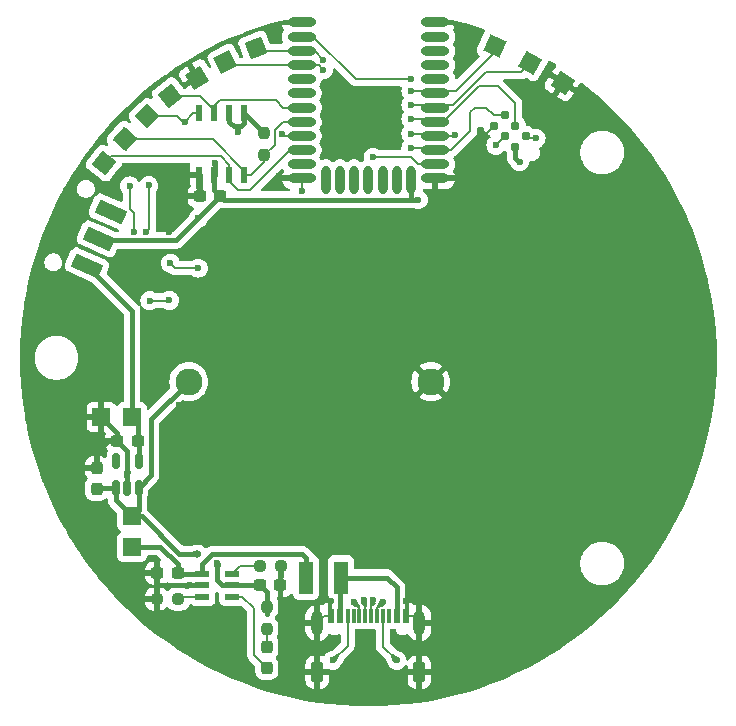
<source format=gbl>
%TF.GenerationSoftware,KiCad,Pcbnew,8.0.0*%
%TF.CreationDate,2024-03-12T16:19:55+01:00*%
%TF.ProjectId,BAT2024,42415432-3032-4342-9e6b-696361645f70,1.0*%
%TF.SameCoordinates,Original*%
%TF.FileFunction,Copper,L2,Bot*%
%TF.FilePolarity,Positive*%
%FSLAX46Y46*%
G04 Gerber Fmt 4.6, Leading zero omitted, Abs format (unit mm)*
G04 Created by KiCad (PCBNEW 8.0.0) date 2024-03-12 16:19:55*
%MOMM*%
%LPD*%
G01*
G04 APERTURE LIST*
G04 Aperture macros list*
%AMRoundRect*
0 Rectangle with rounded corners*
0 $1 Rounding radius*
0 $2 $3 $4 $5 $6 $7 $8 $9 X,Y pos of 4 corners*
0 Add a 4 corners polygon primitive as box body*
4,1,4,$2,$3,$4,$5,$6,$7,$8,$9,$2,$3,0*
0 Add four circle primitives for the rounded corners*
1,1,$1+$1,$2,$3*
1,1,$1+$1,$4,$5*
1,1,$1+$1,$6,$7*
1,1,$1+$1,$8,$9*
0 Add four rect primitives between the rounded corners*
20,1,$1+$1,$2,$3,$4,$5,0*
20,1,$1+$1,$4,$5,$6,$7,0*
20,1,$1+$1,$6,$7,$8,$9,0*
20,1,$1+$1,$8,$9,$2,$3,0*%
%AMRotRect*
0 Rectangle, with rotation*
0 The origin of the aperture is its center*
0 $1 length*
0 $2 width*
0 $3 Rotation angle, in degrees counterclockwise*
0 Add horizontal line*
21,1,$1,$2,0,0,$3*%
G04 Aperture macros list end*
%TA.AperFunction,SMDPad,CuDef*%
%ADD10RoundRect,0.150000X0.150000X-0.512500X0.150000X0.512500X-0.150000X0.512500X-0.150000X-0.512500X0*%
%TD*%
%TA.AperFunction,SMDPad,CuDef*%
%ADD11RoundRect,0.237500X0.300000X0.237500X-0.300000X0.237500X-0.300000X-0.237500X0.300000X-0.237500X0*%
%TD*%
%TA.AperFunction,SMDPad,CuDef*%
%ADD12R,1.500000X1.500000*%
%TD*%
%TA.AperFunction,SMDPad,CuDef*%
%ADD13RoundRect,0.237500X0.237500X-0.300000X0.237500X0.300000X-0.237500X0.300000X-0.237500X-0.300000X0*%
%TD*%
%TA.AperFunction,SMDPad,CuDef*%
%ADD14RoundRect,0.237500X0.237500X-0.287500X0.237500X0.287500X-0.237500X0.287500X-0.237500X-0.287500X0*%
%TD*%
%TA.AperFunction,ComponentPad*%
%ADD15C,2.280000*%
%TD*%
%TA.AperFunction,SMDPad,CuDef*%
%ADD16RoundRect,0.237500X-0.250000X-0.237500X0.250000X-0.237500X0.250000X0.237500X-0.250000X0.237500X0*%
%TD*%
%TA.AperFunction,SMDPad,CuDef*%
%ADD17RotRect,1.500000X1.500000X201.000000*%
%TD*%
%TA.AperFunction,SMDPad,CuDef*%
%ADD18O,2.400000X0.800000*%
%TD*%
%TA.AperFunction,SMDPad,CuDef*%
%ADD19O,0.800000X2.400000*%
%TD*%
%TA.AperFunction,SMDPad,CuDef*%
%ADD20RoundRect,0.237500X0.250000X0.237500X-0.250000X0.237500X-0.250000X-0.237500X0.250000X-0.237500X0*%
%TD*%
%TA.AperFunction,SMDPad,CuDef*%
%ADD21RotRect,1.500000X1.500000X223.000000*%
%TD*%
%TA.AperFunction,SMDPad,CuDef*%
%ADD22RotRect,1.500000X1.500000X218.000000*%
%TD*%
%TA.AperFunction,SMDPad,CuDef*%
%ADD23RotRect,1.500000X1.500000X206.000000*%
%TD*%
%TA.AperFunction,SMDPad,CuDef*%
%ADD24RoundRect,0.237500X-0.300000X-0.237500X0.300000X-0.237500X0.300000X0.237500X-0.300000X0.237500X0*%
%TD*%
%TA.AperFunction,SMDPad,CuDef*%
%ADD25RotRect,1.500000X1.500000X147.000000*%
%TD*%
%TA.AperFunction,SMDPad,CuDef*%
%ADD26RoundRect,0.237500X-0.237500X0.250000X-0.237500X-0.250000X0.237500X-0.250000X0.237500X0.250000X0*%
%TD*%
%TA.AperFunction,SMDPad,CuDef*%
%ADD27RotRect,1.500000X1.500000X156.000000*%
%TD*%
%TA.AperFunction,SMDPad,CuDef*%
%ADD28RoundRect,0.040600X0.564400X0.249400X-0.564400X0.249400X-0.564400X-0.249400X0.564400X-0.249400X0*%
%TD*%
%TA.AperFunction,SMDPad,CuDef*%
%ADD29RotRect,1.500000X1.500000X211.000000*%
%TD*%
%TA.AperFunction,SMDPad,CuDef*%
%ADD30RotRect,1.200000X2.500000X66.000000*%
%TD*%
%TA.AperFunction,ConnectorPad*%
%ADD31C,0.787400*%
%TD*%
%TA.AperFunction,SMDPad,CuDef*%
%ADD32RoundRect,0.237500X0.237500X-0.250000X0.237500X0.250000X-0.237500X0.250000X-0.237500X-0.250000X0*%
%TD*%
%TA.AperFunction,SMDPad,CuDef*%
%ADD33R,0.600000X1.325000*%
%TD*%
%TA.AperFunction,SMDPad,CuDef*%
%ADD34R,1.180000X2.810000*%
%TD*%
%TA.AperFunction,SMDPad,CuDef*%
%ADD35RotRect,1.500000X1.500000X228.000000*%
%TD*%
%TA.AperFunction,SMDPad,CuDef*%
%ADD36RotRect,1.500000X1.500000X151.000000*%
%TD*%
%TA.AperFunction,SMDPad,CuDef*%
%ADD37RotRect,1.500000X1.500000X232.000000*%
%TD*%
%TA.AperFunction,SMDPad,CuDef*%
%ADD38R,0.600000X1.150000*%
%TD*%
%TA.AperFunction,SMDPad,CuDef*%
%ADD39R,0.300000X1.150000*%
%TD*%
%TA.AperFunction,ComponentPad*%
%ADD40O,1.000000X2.100000*%
%TD*%
%TA.AperFunction,ComponentPad*%
%ADD41RoundRect,0.250000X0.250000X0.650000X-0.250000X0.650000X-0.250000X-0.650000X0.250000X-0.650000X0*%
%TD*%
%TA.AperFunction,ViaPad*%
%ADD42C,0.600000*%
%TD*%
%TA.AperFunction,Conductor*%
%ADD43C,0.200000*%
%TD*%
%TA.AperFunction,Conductor*%
%ADD44C,0.400000*%
%TD*%
G04 APERTURE END LIST*
D10*
%TO.P,U1,1,VIN*%
%TO.N,+BATT*%
X94778000Y-68328000D03*
%TO.P,U1,2,GND*%
%TO.N,GND*%
X93828000Y-68328000D03*
%TO.P,U1,3,EN*%
%TO.N,+BATT*%
X92878000Y-68328000D03*
%TO.P,U1,4,NC*%
%TO.N,unconnected-(U1-NC-Pad4)*%
X92878000Y-66053000D03*
%TO.P,U1,5,VOUT*%
%TO.N,+3.3*%
X94778000Y-66053000D03*
%TD*%
D11*
%TO.P,C8,1*%
%TO.N,+3.3*%
X94690500Y-64328000D03*
%TO.P,C8,2*%
%TO.N,GND*%
X92965500Y-64328000D03*
%TD*%
%TO.P,C10,1*%
%TO.N,+3.3V*%
X101690500Y-43628000D03*
%TO.P,C10,2*%
%TO.N,GND*%
X99965500Y-43628000D03*
%TD*%
D12*
%TO.P,TP6,1,1*%
%TO.N,GND*%
X91628000Y-62328000D03*
%TD*%
D13*
%TO.P,C7,1*%
%TO.N,+BATT*%
X91228000Y-68390500D03*
%TO.P,C7,2*%
%TO.N,GND*%
X91228000Y-66665500D03*
%TD*%
D12*
%TO.P,TP2,1,1*%
%TO.N,+BATT*%
X94228000Y-70728000D03*
%TD*%
D14*
%TO.P,D1,1,K*%
%TO.N,Net-(D1-K)*%
X105628000Y-83558000D03*
%TO.P,D1,2,A*%
%TO.N,Net-(D1-A)*%
X105628000Y-81808000D03*
%TD*%
D15*
%TO.P,H1,1,-*%
%TO.N,GND*%
X119518000Y-59328000D03*
%TO.P,H1,2,+*%
%TO.N,+BATT*%
X99028000Y-59328000D03*
%TD*%
D16*
%TO.P,R4,1*%
%TO.N,Net-(U2-TS)*%
X105015500Y-74978000D03*
%TO.P,R4,2*%
%TO.N,GND*%
X106840500Y-74978000D03*
%TD*%
D17*
%TO.P,TP8,1,1*%
%TO.N,/I2C_SCL*%
X104696504Y-31104761D03*
%TD*%
D18*
%TO.P,IC1,1,GND_1*%
%TO.N,GND*%
X119878000Y-28928000D03*
%TO.P,IC1,2,PB04*%
%TO.N,/I2S_SCK*%
X119878000Y-30128000D03*
%TO.P,IC1,3,PB03*%
%TO.N,/I2S_SD*%
X119878000Y-31328000D03*
%TO.P,IC1,4,PB02*%
%TO.N,/I2S_WS*%
X119878000Y-32528000D03*
%TO.P,IC1,5,PB01*%
%TO.N,/PDM_DATA1*%
X119878000Y-33728000D03*
%TO.P,IC1,6,PB00*%
%TO.N,/PDM_DATA0*%
X119878000Y-34928000D03*
%TO.P,IC1,7,PA00*%
%TO.N,/PDM_CLK*%
X119878000Y-36128000D03*
%TO.P,IC1,8,PA01*%
%TO.N,/SWCLK*%
X119878000Y-37328000D03*
%TO.P,IC1,9,PA02*%
%TO.N,/SWDIO*%
X119878000Y-38528000D03*
%TO.P,IC1,10,PA03*%
%TO.N,/SWO*%
X119878000Y-39728000D03*
%TO.P,IC1,11,PA04*%
%TO.N,/DRV_EN*%
X119878000Y-40928000D03*
%TO.P,IC1,12,GND_2*%
%TO.N,GND*%
X119878000Y-42128000D03*
D19*
%TO.P,IC1,13,VDD*%
%TO.N,+3.3V*%
X117828000Y-42228000D03*
%TO.P,IC1,14,PA05*%
%TO.N,unconnected-(IC1-PA05-Pad14)*%
X116628000Y-42228000D03*
%TO.P,IC1,15,PA06*%
%TO.N,unconnected-(IC1-PA06-Pad15)*%
X115428000Y-42228000D03*
%TO.P,IC1,16,PA07*%
%TO.N,unconnected-(IC1-PA07-Pad16)*%
X114228000Y-42228000D03*
%TO.P,IC1,17,PA08*%
%TO.N,unconnected-(IC1-PA08-Pad17)*%
X113028000Y-42228000D03*
%TO.P,IC1,18,PD03*%
%TO.N,unconnected-(IC1-PD03-Pad18)*%
X111828000Y-42228000D03*
%TO.P,IC1,19,PD02*%
%TO.N,unconnected-(IC1-PD02-Pad19)*%
X110628000Y-42228000D03*
D18*
%TO.P,IC1,20,GND_3*%
%TO.N,GND*%
X108578000Y-42128000D03*
%TO.P,IC1,21,NC*%
%TO.N,unconnected-(IC1-NC-Pad21)*%
X108578000Y-40928000D03*
%TO.P,IC1,22,PC00*%
%TO.N,/SPI_MISO*%
X108578000Y-39728000D03*
%TO.P,IC1,23,PC01*%
%TO.N,/SPI_MOSI*%
X108578000Y-38528000D03*
%TO.P,IC1,24,PC02*%
%TO.N,/SPI_CS*%
X108578000Y-37328000D03*
%TO.P,IC1,25,PC03*%
%TO.N,/SPI_SCK*%
X108578000Y-36128000D03*
%TO.P,IC1,26,PC04*%
%TO.N,/PTI_DATA*%
X108578000Y-34928000D03*
%TO.P,IC1,27,PC05*%
%TO.N,/PTI_FRAME*%
X108578000Y-33728000D03*
%TO.P,IC1,28,PC06*%
%TO.N,/I2C_SDA*%
X108578000Y-32528000D03*
%TO.P,IC1,29,PC07*%
%TO.N,/I2C_SCL*%
X108578000Y-31328000D03*
%TO.P,IC1,30,RESETN*%
%TO.N,/RESET*%
X108578000Y-30128000D03*
%TO.P,IC1,31,GND_4*%
%TO.N,GND*%
X108578000Y-28928000D03*
%TD*%
D20*
%TO.P,R5,1*%
%TO.N,Net-(U2-ISET)*%
X98133000Y-77740500D03*
%TO.P,R5,2*%
%TO.N,GND*%
X96308000Y-77740500D03*
%TD*%
D21*
%TO.P,TP10,1,1*%
%TO.N,/SPI_MOSI*%
X95495654Y-36866216D03*
%TD*%
D22*
%TO.P,TP12,1,1*%
%TO.N,/SPI_SCK*%
X97465681Y-35131569D03*
%TD*%
D23*
%TO.P,TP7,1,1*%
%TO.N,/I2C_SDA*%
X102116098Y-32249969D03*
%TD*%
D24*
%TO.P,C6,1*%
%TO.N,+BATT*%
X105065500Y-76590500D03*
%TO.P,C6,2*%
%TO.N,GND*%
X106790500Y-76590500D03*
%TD*%
D25*
%TO.P,TP4,1,1*%
%TO.N,GND*%
X130703615Y-34041567D03*
%TD*%
D26*
%TO.P,R6,1*%
%TO.N,+3.3V*%
X105428000Y-38315500D03*
%TO.P,R6,2*%
%TO.N,/SPI_CS*%
X105428000Y-40140500D03*
%TD*%
D27*
%TO.P,TP14,1,1*%
%TO.N,/PDM_DATA0*%
X124924104Y-30898760D03*
%TD*%
D28*
%TO.P,U2,1,TS*%
%TO.N,Net-(U2-TS)*%
X102683000Y-75628000D03*
%TO.P,U2,2,OUT*%
%TO.N,+BATT*%
X102683000Y-76578000D03*
%TO.P,U2,3,~{CHG}*%
%TO.N,Net-(D1-K)*%
X102683000Y-77528000D03*
%TO.P,U2,4,ISET*%
%TO.N,Net-(U2-ISET)*%
X100173000Y-77528000D03*
%TO.P,U2,5,GND*%
%TO.N,GND*%
X100173000Y-76578000D03*
%TO.P,U2,6,VIN*%
%TO.N,VCC*%
X100173000Y-75628000D03*
%TD*%
D29*
%TO.P,TP5,1,1*%
%TO.N,GND*%
X99739151Y-33591657D03*
%TD*%
D30*
%TO.P,S1,1*%
%TO.N,+3.3*%
X90423407Y-49530389D03*
%TO.P,S1,2*%
%TO.N,+3.3V*%
X91440250Y-47246526D03*
%TO.P,S1,3*%
%TO.N,unconnected-(S1-Pad3)*%
X92457092Y-44962662D03*
%TD*%
D31*
%TO.P,J1,1,VCC*%
%TO.N,+3.3V*%
X126677013Y-39475038D03*
%TO.P,J1,2,SWDIO*%
%TO.N,/SWDIO*%
X127575038Y-38577013D03*
%TO.P,J1,3,~{RESET}*%
%TO.N,/RESET*%
X125778987Y-38577013D03*
%TO.P,J1,4,SWCLK*%
%TO.N,/SWCLK*%
X126677013Y-37678987D03*
%TO.P,J1,5,GND*%
%TO.N,GND*%
X124880962Y-37678987D03*
%TO.P,J1,6,SWO*%
%TO.N,/SWO*%
X125778987Y-36780962D03*
%TD*%
D12*
%TO.P,TP3,1,1*%
%TO.N,+3.3*%
X94228000Y-62328000D03*
%TD*%
D32*
%TO.P,R3,1*%
%TO.N,Net-(D1-A)*%
X105628000Y-80240500D03*
%TO.P,R3,2*%
%TO.N,+BATT*%
X105628000Y-78415500D03*
%TD*%
D33*
%TO.P,IC2,1,~{S}_/_CS*%
%TO.N,/SPI_CS*%
X103733000Y-41840000D03*
%TO.P,IC2,2,Q-DQ1*%
%TO.N,/SPI_MISO*%
X102463000Y-41840000D03*
%TO.P,IC2,3,~{W-DQ2}*%
%TO.N,+3.3V*%
X101193000Y-41840000D03*
%TO.P,IC2,4,VSS*%
%TO.N,GND*%
X99923000Y-41840000D03*
%TO.P,IC2,5,D-DQ0*%
%TO.N,/SPI_MOSI*%
X99923000Y-36616000D03*
%TO.P,IC2,6,C*%
%TO.N,/SPI_SCK*%
X101193000Y-36616000D03*
%TO.P,IC2,7,~{HOLD-DQ3}*%
%TO.N,+3.3V*%
X102463000Y-36616000D03*
%TO.P,IC2,8,VCC*%
X103733000Y-36616000D03*
%TD*%
D34*
%TO.P,F1,1*%
%TO.N,Fuse*%
X111913000Y-75928000D03*
%TO.P,F1,2*%
%TO.N,VCC*%
X108943000Y-75928000D03*
%TD*%
D35*
%TO.P,TP9,1,1*%
%TO.N,/SPI_CS*%
X93629103Y-38799085D03*
%TD*%
D36*
%TO.P,TP13,1,1*%
%TO.N,/PDM_CLK*%
X127928272Y-32387038D03*
%TD*%
D11*
%TO.P,C5,1*%
%TO.N,VCC*%
X98083000Y-75540500D03*
%TO.P,C5,2*%
%TO.N,GND*%
X96358000Y-75540500D03*
%TD*%
D12*
%TO.P,TP1,1,1*%
%TO.N,VCC*%
X94228000Y-73328000D03*
%TD*%
D37*
%TO.P,TP11,1,1*%
%TO.N,/SPI_MISO*%
X91864282Y-40830195D03*
%TD*%
D38*
%TO.P,J2,A1_B12,GND*%
%TO.N,GND*%
X117428000Y-79173000D03*
%TO.P,J2,A4_B9,VBUS*%
%TO.N,Fuse*%
X116628000Y-79173000D03*
D39*
%TO.P,J2,A5,CC1*%
%TO.N,Net-(J2-CC1)*%
X115478000Y-79173000D03*
%TO.P,J2,A6,DP1*%
%TO.N,/SWO*%
X114478000Y-79173000D03*
%TO.P,J2,A7,DN1*%
%TO.N,/SWDIO*%
X113978000Y-79173000D03*
%TO.P,J2,A8,SBU1*%
%TO.N,unconnected-(J2-SBU1-PadA8)*%
X112978000Y-79173000D03*
D38*
%TO.P,J2,B1_A12,GND*%
%TO.N,GND*%
X111028000Y-79173000D03*
%TO.P,J2,B4_A9,VBUS*%
%TO.N,Fuse*%
X111828000Y-79173000D03*
D39*
%TO.P,J2,B5,CC2*%
%TO.N,Net-(J2-CC2)*%
X112478000Y-79173000D03*
%TO.P,J2,B6,DP2*%
%TO.N,/SWCLK*%
X113478000Y-79173000D03*
%TO.P,J2,B7,DN2*%
%TO.N,/RESET*%
X114978000Y-79173000D03*
%TO.P,J2,B8,SBU2*%
%TO.N,unconnected-(J2-SBU2-PadB8)*%
X115978000Y-79173000D03*
D40*
%TO.P,J2,SH1,SHELL_GND*%
%TO.N,GND*%
X118548000Y-79748000D03*
%TO.P,J2,SH2,SHELL_GND*%
X109908000Y-79748000D03*
D41*
%TO.P,J2,SH3,SHELL_GND*%
X118548000Y-83928000D03*
%TO.P,J2,SH4,SHELL_GND*%
X109908000Y-83928000D03*
%TD*%
D42*
%TO.N,GND*%
X87428000Y-65928000D03*
X120228000Y-53328000D03*
X88228000Y-53328000D03*
X124228000Y-53328000D03*
X121728000Y-83328000D03*
X110228000Y-73328000D03*
X136228000Y-51328000D03*
X128228000Y-59328000D03*
X136228000Y-59328000D03*
X116228000Y-65328000D03*
X124228000Y-59328000D03*
X106228000Y-63328000D03*
X120228000Y-75328000D03*
X110228000Y-51328000D03*
X97373000Y-46669000D03*
X122228000Y-61328000D03*
X98228000Y-67328000D03*
X86228000Y-63328000D03*
X114228000Y-53328000D03*
X126228000Y-61328000D03*
X130228000Y-51328000D03*
X136228000Y-61328000D03*
X142228000Y-57328000D03*
X128228000Y-75328000D03*
X122228000Y-71328000D03*
X98228000Y-63328000D03*
X136228000Y-47328000D03*
X96228000Y-69328000D03*
X128228000Y-41328000D03*
X108228000Y-63328000D03*
X118228000Y-75328000D03*
X112228000Y-69328000D03*
X140228000Y-49728000D03*
X132228000Y-57328000D03*
X132228000Y-49328000D03*
X142228000Y-51328000D03*
X113928000Y-84728000D03*
X124228000Y-57328000D03*
X126228000Y-47328000D03*
X126228000Y-57328000D03*
X118228000Y-61328000D03*
X130228000Y-63328000D03*
X106228000Y-67328000D03*
X122228000Y-75328000D03*
X117428000Y-77928000D03*
X110228000Y-53328000D03*
X124228000Y-75328000D03*
X130228000Y-53328000D03*
X98228000Y-69328000D03*
X140228000Y-63328000D03*
X96228000Y-59328000D03*
X88228000Y-51328000D03*
X134228000Y-49328000D03*
X106228000Y-65328000D03*
X110228000Y-67328000D03*
X130228000Y-79328000D03*
X122628000Y-40728000D03*
X108228000Y-57328000D03*
X136228000Y-43328000D03*
X102228000Y-63328000D03*
X118228000Y-63328000D03*
X120228000Y-67328000D03*
X120228000Y-61328000D03*
X124228000Y-73328000D03*
X101028000Y-80928000D03*
X102228000Y-69328000D03*
X126228000Y-53328000D03*
X120228000Y-71328000D03*
X102228000Y-71328000D03*
X126228000Y-59328000D03*
X142228000Y-65328000D03*
X100228000Y-67328000D03*
X126228000Y-65328000D03*
X124228000Y-65328000D03*
X100228000Y-69328000D03*
X104228000Y-59328000D03*
X126228000Y-77328000D03*
X112228000Y-37328000D03*
X128228000Y-67328000D03*
X124228000Y-69328000D03*
X108228000Y-85328000D03*
X92428000Y-53328000D03*
X130228000Y-57328000D03*
X118228000Y-77328000D03*
X102228000Y-65328000D03*
X110228000Y-71328000D03*
X122228000Y-57328000D03*
X118228000Y-65328000D03*
X102228000Y-51328000D03*
X132228000Y-79328000D03*
X98228000Y-55328000D03*
X96228000Y-57328000D03*
X126228000Y-81328000D03*
X128228000Y-51328000D03*
X112228000Y-73328000D03*
X100228000Y-61328000D03*
X128228000Y-69328000D03*
X124228000Y-49328000D03*
X142228000Y-59328000D03*
X130228000Y-67328000D03*
X132228000Y-67328000D03*
X106228000Y-61328000D03*
X122228000Y-63328000D03*
X120228000Y-83328000D03*
X100228000Y-55328000D03*
X132228000Y-55328000D03*
X126228000Y-71328000D03*
X142228000Y-53328000D03*
X140228000Y-53328000D03*
X126228000Y-55328000D03*
X128228000Y-49328000D03*
X126228000Y-69328000D03*
X116228000Y-73328000D03*
X114228000Y-51328000D03*
X132228000Y-47328000D03*
X108228000Y-51328000D03*
X132228000Y-51328000D03*
X104228000Y-67328000D03*
X112028000Y-59728000D03*
X122228000Y-47328000D03*
X140228000Y-59328000D03*
X122228000Y-65328000D03*
X130228000Y-69328000D03*
X100228000Y-57328000D03*
X122228000Y-77328000D03*
X130228000Y-61328000D03*
X124228000Y-55328000D03*
X128228000Y-71328000D03*
X132228000Y-61328000D03*
X98228000Y-65328000D03*
X134228000Y-63328000D03*
X136228000Y-65328000D03*
X114228000Y-39328000D03*
X128228000Y-73328000D03*
X98228000Y-61328000D03*
X134228000Y-67328000D03*
X124228000Y-71328000D03*
X137828000Y-70228000D03*
X92228000Y-75328000D03*
X104228000Y-61328000D03*
X98228000Y-41328000D03*
X126228000Y-49328000D03*
X122228000Y-49328000D03*
X136228000Y-45328000D03*
X130228000Y-47328000D03*
X128228000Y-47328000D03*
X112228000Y-39328000D03*
X98228000Y-79328000D03*
X134228000Y-57328000D03*
X120228000Y-57328000D03*
X106228000Y-71328000D03*
X106228000Y-53328000D03*
X102228000Y-55328000D03*
X120228000Y-63328000D03*
X130228000Y-41328000D03*
X136228000Y-63328000D03*
X132228000Y-65328000D03*
X124228000Y-77328000D03*
X140228000Y-65328000D03*
X96228000Y-79328000D03*
X120228000Y-51328000D03*
X122228000Y-59328000D03*
X128228000Y-79328000D03*
X98228000Y-81328000D03*
X104228000Y-69328000D03*
X102228000Y-67328000D03*
X130228000Y-55328000D03*
X126628000Y-34128000D03*
X122228000Y-55328000D03*
X124228000Y-51328000D03*
X132228000Y-63328000D03*
X120228000Y-73328000D03*
X118228000Y-69328000D03*
X128228000Y-81328000D03*
X108228000Y-53328000D03*
X128228000Y-53328000D03*
X140228000Y-61328000D03*
X134228000Y-51328000D03*
X128228000Y-65328000D03*
X102228000Y-61328000D03*
X96228000Y-55328000D03*
X132228000Y-53328000D03*
X104228000Y-57328000D03*
X130228000Y-39328000D03*
X120228000Y-65328000D03*
X98228000Y-57328000D03*
X108228000Y-67328000D03*
X112228000Y-63328000D03*
X122228000Y-69328000D03*
X88228000Y-61328000D03*
X86228000Y-55328000D03*
X126228000Y-73328000D03*
X128228000Y-55328000D03*
X134228000Y-59328000D03*
X104228000Y-53328000D03*
X136228000Y-55328000D03*
X118228000Y-67328000D03*
X128228000Y-61328000D03*
X130228000Y-77328000D03*
X118228000Y-73328000D03*
X126228000Y-51328000D03*
X106228000Y-69328000D03*
X121828000Y-29528000D03*
X110228000Y-65328000D03*
X126228000Y-43328000D03*
X140228000Y-57328000D03*
X140228000Y-55328000D03*
X106228000Y-55328000D03*
X98228000Y-71328000D03*
X132228000Y-69328000D03*
X124228000Y-47328000D03*
X100228000Y-63328000D03*
X120228000Y-85328000D03*
X134228000Y-47328000D03*
X108228000Y-55328000D03*
X100228000Y-71328000D03*
X104228000Y-63328000D03*
X112228000Y-71328000D03*
X108228000Y-61328000D03*
X106228000Y-85328000D03*
X130228000Y-59328000D03*
X89228000Y-44928000D03*
X106228000Y-59328000D03*
X104228000Y-71328000D03*
X140228000Y-51328000D03*
X124228000Y-61328000D03*
X120228000Y-55328000D03*
X122228000Y-53328000D03*
X128228000Y-43328000D03*
X134228000Y-53328000D03*
X110228000Y-63328000D03*
X136228000Y-49328000D03*
X130228000Y-73328000D03*
X100228000Y-79328000D03*
X128228000Y-63328000D03*
X132228000Y-59328000D03*
X126228000Y-63328000D03*
X102228000Y-59328000D03*
X142228000Y-55328000D03*
X100228000Y-65328000D03*
X110228000Y-55328000D03*
X116228000Y-67328000D03*
X122228000Y-51328000D03*
X126228000Y-75328000D03*
X112228000Y-65328000D03*
X136228000Y-53328000D03*
X110228000Y-69328000D03*
X120228000Y-77328000D03*
X86228000Y-61328000D03*
X114228000Y-37328000D03*
X124228000Y-67328000D03*
X132228000Y-43328000D03*
X116228000Y-69328000D03*
X126228000Y-67328000D03*
X130228000Y-43328000D03*
X88228000Y-63328000D03*
X108228000Y-65328000D03*
X104228000Y-51328000D03*
X108228000Y-71328000D03*
X138228000Y-43328000D03*
X124228000Y-63328000D03*
X122228000Y-67328000D03*
X112228000Y-67328000D03*
X116228000Y-71328000D03*
X122228000Y-73328000D03*
X106228000Y-51328000D03*
X106628000Y-41928000D03*
X130228000Y-71328000D03*
X100228000Y-53328000D03*
X86228000Y-53328000D03*
X106428000Y-29528000D03*
X120228000Y-47328000D03*
X111028000Y-77928000D03*
X134228000Y-45328000D03*
X110228000Y-59328000D03*
X130228000Y-81328000D03*
X130228000Y-65328000D03*
X112228000Y-53328000D03*
X108578000Y-43228000D03*
X104228000Y-65328000D03*
X134228000Y-65328000D03*
X102228000Y-57328000D03*
X128228000Y-57328000D03*
X108228000Y-69328000D03*
X134228000Y-55328000D03*
X142228000Y-61328000D03*
X136228000Y-57328000D03*
X110228000Y-57328000D03*
X118228000Y-71328000D03*
X120228000Y-69328000D03*
X130228000Y-49328000D03*
X134228000Y-61328000D03*
X142228000Y-63328000D03*
X112228000Y-51328000D03*
%TO.N,+3.3V*%
X99828000Y-45490500D03*
X103228000Y-38228000D03*
X101228000Y-40828000D03*
X127028000Y-40728000D03*
X118454000Y-43928000D03*
%TO.N,/C1-*%
X97386542Y-52455460D03*
X95728000Y-52469000D03*
%TO.N,+BATT*%
X99828000Y-73928000D03*
X101428000Y-74728000D03*
%TO.N,/SWO*%
X117828000Y-39528000D03*
X114652458Y-77831688D03*
%TO.N,/SWDIO*%
X113828000Y-77828000D03*
X128428000Y-38728000D03*
X117828000Y-38328000D03*
X121528000Y-38428000D03*
%TO.N,/PDM_CLK*%
X117828000Y-35928000D03*
%TO.N,/RESET*%
X117828000Y-33728000D03*
X115428000Y-78028000D03*
X125028000Y-39328000D03*
%TO.N,/PDM_DATA0*%
X117828000Y-34728000D03*
%TO.N,/I2C_SDA*%
X110428000Y-32928000D03*
X95628000Y-42728000D03*
X95373000Y-46669000D03*
%TO.N,/SWCLK*%
X113028000Y-78028000D03*
X117828000Y-37128000D03*
%TO.N,/SPI_MOSI*%
X98704000Y-37328000D03*
X106928000Y-38328000D03*
%TO.N,/DRV_EN*%
X97473000Y-49303000D03*
X99828000Y-49728000D03*
X114628000Y-40328000D03*
%TO.N,/I2C_SCL*%
X94028000Y-42753000D03*
X110428000Y-32077997D03*
X94373000Y-46669000D03*
%TO.N,Net-(J2-CC2)*%
X111228000Y-82928000D03*
%TO.N,Net-(J2-CC1)*%
X116628000Y-82928000D03*
%TD*%
D43*
%TO.N,GND*%
X106828000Y-42128000D02*
X106628000Y-41928000D01*
X108578000Y-42128000D02*
X106828000Y-42128000D01*
X111028000Y-79173000D02*
X110483000Y-79173000D01*
X117428000Y-77928000D02*
X117428000Y-79173000D01*
X124877013Y-37678987D02*
X122628000Y-39928000D01*
X110483000Y-79173000D02*
X109908000Y-79748000D01*
D44*
X92965500Y-64328000D02*
X92228000Y-64328000D01*
X99965500Y-41882500D02*
X99923000Y-41840000D01*
X99965500Y-43628000D02*
X99965500Y-41882500D01*
D43*
X107028000Y-28928000D02*
X108578000Y-28928000D01*
D44*
X92228000Y-64328000D02*
X91228000Y-65328000D01*
X96308000Y-77528000D02*
X96308000Y-76740500D01*
D43*
X121828000Y-29428000D02*
X121828000Y-29528000D01*
D44*
X91228000Y-65328000D02*
X91228000Y-66665500D01*
X96308000Y-75678000D02*
X96358000Y-75628000D01*
X106790500Y-76590500D02*
X106790500Y-75028000D01*
X96308000Y-76740500D02*
X96308000Y-75678000D01*
D43*
X117973000Y-79173000D02*
X118548000Y-79748000D01*
D44*
X106790500Y-75028000D02*
X106840500Y-74978000D01*
D43*
X124880961Y-37678987D02*
X124877013Y-37678987D01*
X117428000Y-79173000D02*
X117973000Y-79173000D01*
D44*
X93828000Y-68328000D02*
X93828000Y-65190500D01*
D43*
X111028000Y-79173000D02*
X111028000Y-77928000D01*
D44*
X93828000Y-65190500D02*
X92965500Y-64328000D01*
D43*
X122628000Y-39928000D02*
X122628000Y-40728000D01*
X121828000Y-29528000D02*
X121228000Y-28928000D01*
D44*
X96308000Y-76578000D02*
X100173000Y-76578000D01*
X92965500Y-64328000D02*
X92965500Y-63665500D01*
D43*
X106428000Y-29528000D02*
X107028000Y-28928000D01*
X108578000Y-43228000D02*
X108578000Y-42128000D01*
X121228000Y-28928000D02*
X119878000Y-28928000D01*
D44*
X92965500Y-63665500D02*
X91628000Y-62328000D01*
%TO.N,+3.3V*%
X117828000Y-42228000D02*
X117828000Y-43928000D01*
X101690500Y-43628000D02*
X101193000Y-43130500D01*
X126677013Y-39475038D02*
X126677013Y-40377013D01*
X99828000Y-45490500D02*
X97949500Y-47369000D01*
X103428000Y-37728000D02*
X103228000Y-37728000D01*
X97949500Y-47369000D02*
X91562726Y-47369000D01*
X126677013Y-40377013D02*
X127028000Y-40728000D01*
X103733000Y-37423000D02*
X103428000Y-37728000D01*
X101193000Y-43130500D02*
X101193000Y-41840000D01*
X102828000Y-37728000D02*
X102463000Y-37363000D01*
X101228000Y-41805000D02*
X101193000Y-41840000D01*
X101990500Y-43928000D02*
X101690500Y-43628000D01*
X99828000Y-45490500D02*
X101690500Y-43628000D01*
X103733000Y-36616000D02*
X103733000Y-37423000D01*
X105428000Y-38311000D02*
X103733000Y-36616000D01*
X101228000Y-40828000D02*
X101228000Y-41805000D01*
X102463000Y-37363000D02*
X102463000Y-36616000D01*
X105428000Y-38315500D02*
X105428000Y-38311000D01*
X117428000Y-43928000D02*
X101990500Y-43928000D01*
X118454000Y-43928000D02*
X117428000Y-43928000D01*
X103228000Y-38228000D02*
X103228000Y-37728000D01*
X103228000Y-37728000D02*
X102828000Y-37728000D01*
X91562726Y-47369000D02*
X91440251Y-47246525D01*
D43*
%TO.N,/C1-*%
X97373002Y-52469000D02*
X97386542Y-52455460D01*
X95728000Y-52469000D02*
X97373002Y-52469000D01*
D44*
%TO.N,VCC*%
X108943000Y-74243000D02*
X108943000Y-75928000D01*
X98083000Y-75540500D02*
X98083000Y-74783000D01*
X108628000Y-73928000D02*
X108943000Y-74243000D01*
X100173000Y-74783000D02*
X101028000Y-73928000D01*
X98170500Y-75628000D02*
X98083000Y-75540500D01*
X98083000Y-74783000D02*
X96628000Y-73328000D01*
X100173000Y-75628000D02*
X100173000Y-74783000D01*
X101028000Y-73928000D02*
X108628000Y-73928000D01*
X96628000Y-73328000D02*
X94228000Y-73328000D01*
X100173000Y-75628000D02*
X98170500Y-75628000D01*
X98083000Y-75540500D02*
X97978000Y-75540500D01*
%TO.N,+BATT*%
X94778000Y-68328000D02*
X94778000Y-70178000D01*
X95828000Y-67278000D02*
X94778000Y-68328000D01*
X102633000Y-76528000D02*
X102683000Y-76578000D01*
X92878000Y-68328000D02*
X91290500Y-68328000D01*
X105065500Y-76590500D02*
X102695500Y-76590500D01*
X95028000Y-70728000D02*
X94228000Y-70728000D01*
X105628000Y-79015500D02*
X105628000Y-77153000D01*
X101428000Y-74728000D02*
X101428000Y-76128000D01*
X95828000Y-62528000D02*
X95828000Y-67278000D01*
X92878000Y-69378000D02*
X94228000Y-70728000D01*
X91290500Y-68328000D02*
X91228000Y-68390500D01*
X98228000Y-73928000D02*
X95028000Y-70728000D01*
X94778000Y-70178000D02*
X94228000Y-70728000D01*
X102695500Y-76590500D02*
X102683000Y-76578000D01*
X105628000Y-77153000D02*
X105065500Y-76590500D01*
X99828000Y-73928000D02*
X98228000Y-73928000D01*
X101828000Y-76528000D02*
X102633000Y-76528000D01*
X92878000Y-68328000D02*
X92878000Y-69378000D01*
X101428000Y-76128000D02*
X101828000Y-76528000D01*
X99028000Y-59328000D02*
X95828000Y-62528000D01*
D43*
%TO.N,Net-(D1-K)*%
X104578000Y-78540500D02*
X103565500Y-77528000D01*
X104578000Y-82508000D02*
X104578000Y-78540500D01*
X103565500Y-77528000D02*
X102683000Y-77528000D01*
X105628000Y-83558000D02*
X104578000Y-82508000D01*
%TO.N,Net-(D1-A)*%
X105628000Y-80240500D02*
X105628000Y-81808000D01*
%TO.N,/SPI_MISO*%
X101728000Y-40228000D02*
X92466477Y-40228000D01*
X102463000Y-42363000D02*
X102463000Y-41840000D01*
X102463000Y-41840000D02*
X102463000Y-40963000D01*
X108578000Y-39728000D02*
X107578000Y-39728000D01*
X107578000Y-39728000D02*
X104178000Y-43128000D01*
X102463000Y-40963000D02*
X101728000Y-40228000D01*
X92466477Y-40228000D02*
X91864282Y-40830195D01*
X104178000Y-43128000D02*
X103228000Y-43128000D01*
X103228000Y-43128000D02*
X102463000Y-42363000D01*
%TO.N,/SWO*%
X122828000Y-38128000D02*
X121228000Y-39728000D01*
X125778987Y-36780962D02*
X124880962Y-36780962D01*
X121228000Y-39728000D02*
X119878000Y-39728000D01*
X123228000Y-36128000D02*
X122828000Y-36528000D01*
X114652458Y-77831688D02*
X114478000Y-78006146D01*
X124228000Y-36128000D02*
X123228000Y-36128000D01*
X124880962Y-36780962D02*
X124228000Y-36128000D01*
X119678000Y-39528000D02*
X117828000Y-39528000D01*
X119878000Y-39728000D02*
X119678000Y-39528000D01*
X114478000Y-78006146D02*
X114478000Y-79173000D01*
X122828000Y-36528000D02*
X122828000Y-38128000D01*
%TO.N,/SWDIO*%
X119678000Y-38328000D02*
X117828000Y-38328000D01*
X127726026Y-38728000D02*
X127575039Y-38577013D01*
X119878000Y-38528000D02*
X119678000Y-38328000D01*
X128428000Y-38728000D02*
X127726026Y-38728000D01*
X113828000Y-77828000D02*
X113978000Y-77978000D01*
X113978000Y-77978000D02*
X113978000Y-79173000D01*
X121428000Y-38528000D02*
X119878000Y-38528000D01*
X121528000Y-38428000D02*
X121428000Y-38528000D01*
%TO.N,/PDM_CLK*%
X117828000Y-35928000D02*
X119878000Y-35928000D01*
X121428000Y-35928000D02*
X124228000Y-33128000D01*
X124228000Y-33128000D02*
X127187310Y-33128000D01*
X119878000Y-35928000D02*
X121428000Y-35928000D01*
X127187310Y-33128000D02*
X127928272Y-32387038D01*
%TO.N,/SPI_CS*%
X101054585Y-38799085D02*
X93629103Y-38799085D01*
X108578000Y-37328000D02*
X107028000Y-37328000D01*
X103733000Y-41840000D02*
X103733000Y-41477500D01*
X103733000Y-41477500D02*
X101054585Y-38799085D01*
X105428000Y-40140500D02*
X105428000Y-40728000D01*
X107028000Y-37328000D02*
X106303000Y-38053000D01*
X105428000Y-40728000D02*
X104316000Y-41840000D01*
X104316000Y-41840000D02*
X103733000Y-41840000D01*
X106303000Y-38053000D02*
X106303000Y-39265500D01*
X106303000Y-39265500D02*
X105428000Y-40140500D01*
%TO.N,/RESET*%
X114978000Y-78478000D02*
X115428000Y-78028000D01*
X117828000Y-33728000D02*
X113178000Y-33728000D01*
X113178000Y-33728000D02*
X109578000Y-30128000D01*
X125778987Y-38577013D02*
X125028000Y-39328000D01*
X114978000Y-79173000D02*
X114978000Y-78478000D01*
X109578000Y-30128000D02*
X108578000Y-30128000D01*
%TO.N,/PDM_DATA0*%
X124924104Y-31431896D02*
X124924104Y-30898760D01*
X121628000Y-34728000D02*
X124924104Y-31431896D01*
X119878000Y-34728000D02*
X121628000Y-34728000D01*
X117828000Y-34728000D02*
X119878000Y-34728000D01*
%TO.N,/I2C_SDA*%
X110028000Y-32528000D02*
X110428000Y-32928000D01*
X108578000Y-32528000D02*
X110028000Y-32528000D01*
X95628000Y-42728000D02*
X95628000Y-46414000D01*
X108578000Y-32528000D02*
X102828000Y-32528000D01*
X102828000Y-32528000D02*
X102628000Y-32328000D01*
X95628000Y-46414000D02*
X95373000Y-46669000D01*
%TO.N,/SWCLK*%
X126677013Y-37678987D02*
X126677013Y-35777013D01*
X119878000Y-37128000D02*
X117828000Y-37128000D01*
X120793685Y-37128000D02*
X119878000Y-37128000D01*
X126677013Y-35777013D02*
X125228000Y-34328000D01*
X123593685Y-34328000D02*
X120793685Y-37128000D01*
X113478000Y-78478000D02*
X113478000Y-79173000D01*
X125228000Y-34328000D02*
X123593685Y-34328000D01*
X113028000Y-78028000D02*
X113478000Y-78478000D01*
%TO.N,/SPI_MOSI*%
X107128000Y-38528000D02*
X106928000Y-38328000D01*
X99923000Y-36616000D02*
X99416000Y-36616000D01*
X98528000Y-37328000D02*
X98066216Y-36866216D01*
X98704000Y-37328000D02*
X99416000Y-36616000D01*
X98066216Y-36866216D02*
X95495654Y-36866216D01*
X98704000Y-37328000D02*
X98528000Y-37328000D01*
X108578000Y-38528000D02*
X107128000Y-38528000D01*
%TO.N,/DRV_EN*%
X118428000Y-40928000D02*
X119878000Y-40928000D01*
X114628000Y-40328000D02*
X117828000Y-40328000D01*
X117828000Y-40328000D02*
X118428000Y-40928000D01*
X97898000Y-49728000D02*
X97473000Y-49303000D01*
X99828000Y-49728000D02*
X97898000Y-49728000D01*
%TO.N,/I2C_SCL*%
X104919743Y-31328000D02*
X104696504Y-31104761D01*
X108578000Y-31328000D02*
X104919743Y-31328000D01*
X94028000Y-42753000D02*
X94028000Y-44683627D01*
X108578000Y-31328000D02*
X109678003Y-31328000D01*
X94028000Y-44683627D02*
X94373000Y-45028627D01*
X94373000Y-45028627D02*
X94373000Y-46669000D01*
X109678003Y-31328000D02*
X110428000Y-32077997D01*
%TO.N,/SPI_SCK*%
X101193000Y-36323500D02*
X100001069Y-35131569D01*
X101628000Y-35528000D02*
X101193000Y-35963000D01*
X108578000Y-36128000D02*
X107028000Y-36128000D01*
X100001069Y-35131569D02*
X97465681Y-35131569D01*
X101193000Y-35963000D02*
X101193000Y-36616000D01*
X106428000Y-35528000D02*
X101628000Y-35528000D01*
X107028000Y-36128000D02*
X106428000Y-35528000D01*
X101193000Y-36616000D02*
X101193000Y-36323500D01*
%TO.N,Net-(J2-CC2)*%
X111228000Y-82928000D02*
X112478000Y-81678000D01*
X112478000Y-81678000D02*
X112478000Y-79173000D01*
%TO.N,Net-(J2-CC1)*%
X116628000Y-82928000D02*
X115478000Y-81778000D01*
X115478000Y-81778000D02*
X115478000Y-79173000D01*
%TO.N,Net-(U2-TS)*%
X105015500Y-74978000D02*
X103333000Y-74978000D01*
X103333000Y-74978000D02*
X102683000Y-75628000D01*
%TO.N,Net-(U2-ISET)*%
X100173000Y-77528000D02*
X98345500Y-77528000D01*
X98345500Y-77528000D02*
X98133000Y-77740500D01*
D44*
%TO.N,+3.3*%
X94690500Y-62790500D02*
X94228000Y-62328000D01*
X94228000Y-62328000D02*
X94228000Y-53334982D01*
X94778000Y-64415500D02*
X94690500Y-64328000D01*
X94778000Y-66053000D02*
X94778000Y-64415500D01*
X94228000Y-53334982D02*
X90423407Y-49530389D01*
X94690500Y-64328000D02*
X94690500Y-62790500D01*
%TO.N,Fuse*%
X111828000Y-79173000D02*
X111828000Y-76013000D01*
X115828000Y-75928000D02*
X116628000Y-76728000D01*
X111828000Y-76013000D02*
X111913000Y-75928000D01*
X116628000Y-76728000D02*
X116628000Y-79173000D01*
X111913000Y-75928000D02*
X115828000Y-75928000D01*
%TD*%
%TA.AperFunction,Conductor*%
%TO.N,/SWO*%
G36*
X114655856Y-77834102D02*
G01*
X114856859Y-78036052D01*
X114860266Y-78044334D01*
X114857343Y-78052042D01*
X114581494Y-78365029D01*
X114573453Y-78368970D01*
X114572717Y-78368993D01*
X114389157Y-78368993D01*
X114380884Y-78365566D01*
X114377470Y-78357849D01*
X114362933Y-78052042D01*
X114353038Y-77843901D01*
X114356068Y-77835476D01*
X114364169Y-77831660D01*
X114364674Y-77831647D01*
X114647572Y-77830704D01*
X114655856Y-77834102D01*
G37*
%TD.AperFunction*%
%TD*%
%TA.AperFunction,Conductor*%
%TO.N,+BATT*%
G36*
X101714235Y-74727954D02*
G01*
X101722497Y-74731408D01*
X101725896Y-74739693D01*
X101725737Y-74741577D01*
X101629630Y-75318223D01*
X101624889Y-75325821D01*
X101618089Y-75328000D01*
X101237911Y-75328000D01*
X101229638Y-75324573D01*
X101226370Y-75318223D01*
X101130262Y-74741574D01*
X101132282Y-74732854D01*
X101139880Y-74728113D01*
X101141762Y-74727954D01*
X101428000Y-74727000D01*
X101714235Y-74727954D01*
G37*
%TD.AperFunction*%
%TD*%
%TA.AperFunction,Conductor*%
%TO.N,+BATT*%
G36*
X99823145Y-73632282D02*
G01*
X99827886Y-73639880D01*
X99828045Y-73641764D01*
X99829000Y-73928000D01*
X99829000Y-73928078D01*
X99828045Y-74214235D01*
X99824590Y-74222497D01*
X99816306Y-74225896D01*
X99814422Y-74225737D01*
X99237777Y-74129629D01*
X99230179Y-74124888D01*
X99228000Y-74118088D01*
X99228000Y-73737911D01*
X99231427Y-73729638D01*
X99237775Y-73726370D01*
X99814424Y-73630262D01*
X99823145Y-73632282D01*
G37*
%TD.AperFunction*%
%TD*%
%TA.AperFunction,Conductor*%
%TO.N,/RESET*%
G36*
X115161174Y-77917439D02*
G01*
X115188721Y-77928751D01*
X115424184Y-78025436D01*
X115430536Y-78031748D01*
X115430563Y-78031815D01*
X115538559Y-78294824D01*
X115538532Y-78303779D01*
X115532670Y-78309877D01*
X115346600Y-78396409D01*
X115341666Y-78397500D01*
X115308252Y-78397500D01*
X115279010Y-78403316D01*
X115249768Y-78409133D01*
X115183449Y-78453446D01*
X115183446Y-78453450D01*
X115167009Y-78478048D01*
X115162215Y-78482156D01*
X115081867Y-78519523D01*
X115072920Y-78519904D01*
X115068660Y-78517187D01*
X114938812Y-78387339D01*
X114935385Y-78379066D01*
X114936474Y-78374136D01*
X115042125Y-78146954D01*
X115043881Y-78144245D01*
X115077835Y-78105061D01*
X115137623Y-77974145D01*
X115144151Y-77928740D01*
X115145119Y-77925486D01*
X115146125Y-77923325D01*
X115152721Y-77917272D01*
X115161174Y-77917439D01*
G37*
%TD.AperFunction*%
%TD*%
%TA.AperFunction,Conductor*%
%TO.N,GND*%
G36*
X93870973Y-65105514D02*
G01*
X93915327Y-65134017D01*
X93929650Y-65148340D01*
X93963736Y-65169364D01*
X94010460Y-65221309D01*
X94021683Y-65290272D01*
X94017715Y-65309497D01*
X93980402Y-65437926D01*
X93980401Y-65437932D01*
X93977500Y-65474798D01*
X93977500Y-66631201D01*
X93980401Y-66668067D01*
X93980402Y-66668073D01*
X94026254Y-66825893D01*
X94026255Y-66825896D01*
X94109917Y-66967362D01*
X94114702Y-66973531D01*
X94113018Y-66974836D01*
X94141246Y-67026531D01*
X94136262Y-67096223D01*
X94104234Y-67143961D01*
X94078000Y-67168202D01*
X94078000Y-67433684D01*
X94060733Y-67496804D01*
X94026254Y-67555105D01*
X94026254Y-67555106D01*
X93980402Y-67712926D01*
X93980401Y-67712932D01*
X93977500Y-67749798D01*
X93977500Y-68454000D01*
X93957815Y-68521039D01*
X93905011Y-68566794D01*
X93853500Y-68578000D01*
X93802500Y-68578000D01*
X93735461Y-68558315D01*
X93689706Y-68505511D01*
X93678500Y-68454000D01*
X93678500Y-67749813D01*
X93678499Y-67749798D01*
X93675598Y-67712932D01*
X93675597Y-67712926D01*
X93629745Y-67555106D01*
X93629745Y-67555105D01*
X93629744Y-67555104D01*
X93629744Y-67555102D01*
X93595267Y-67496804D01*
X93578000Y-67433684D01*
X93578000Y-67168202D01*
X93551765Y-67143961D01*
X93515887Y-67084007D01*
X93518118Y-67014173D01*
X93542533Y-66974488D01*
X93541298Y-66973531D01*
X93546075Y-66967370D01*
X93546081Y-66967365D01*
X93629744Y-66825898D01*
X93675598Y-66668069D01*
X93678500Y-66631194D01*
X93678500Y-65474806D01*
X93675598Y-65437931D01*
X93675597Y-65437926D01*
X93638140Y-65308999D01*
X93638339Y-65239130D01*
X93676281Y-65180460D01*
X93692121Y-65168864D01*
X93726037Y-65147944D01*
X93739960Y-65134021D01*
X93801282Y-65100533D01*
X93870973Y-65105514D01*
G37*
%TD.AperFunction*%
%TA.AperFunction,Conductor*%
G36*
X108771039Y-28697685D02*
G01*
X108816794Y-28750489D01*
X108828000Y-28802000D01*
X108828000Y-29054000D01*
X108808315Y-29121039D01*
X108755511Y-29166794D01*
X108704000Y-29178000D01*
X106910096Y-29178000D01*
X106912584Y-29190516D01*
X106912587Y-29190523D01*
X106980428Y-29354306D01*
X106980433Y-29354316D01*
X107050153Y-29458659D01*
X107071031Y-29525337D01*
X107052546Y-29592717D01*
X107050153Y-29596441D01*
X106979990Y-29701446D01*
X106979983Y-29701459D01*
X106912106Y-29865332D01*
X106912103Y-29865341D01*
X106877500Y-30039304D01*
X106877500Y-30216695D01*
X106912103Y-30390658D01*
X106912106Y-30390667D01*
X106980608Y-30556048D01*
X106988077Y-30625518D01*
X106956801Y-30687997D01*
X106896712Y-30723648D01*
X106866047Y-30727500D01*
X105976376Y-30727500D01*
X105909337Y-30707815D01*
X105863582Y-30655011D01*
X105860612Y-30647938D01*
X105824765Y-30554553D01*
X105578014Y-29911745D01*
X105550669Y-29858389D01*
X105455389Y-29750522D01*
X105455386Y-29750520D01*
X105333580Y-29673869D01*
X105333575Y-29673867D01*
X105195105Y-29634636D01*
X105055119Y-29635970D01*
X105051191Y-29636008D01*
X105051189Y-29636008D01*
X105051184Y-29636009D01*
X104993247Y-29651385D01*
X104993243Y-29651387D01*
X103503484Y-30223252D01*
X103450134Y-30250594D01*
X103342263Y-30345878D01*
X103265612Y-30467684D01*
X103265610Y-30467689D01*
X103226379Y-30606158D01*
X103227751Y-30750070D01*
X103227752Y-30750080D01*
X103243128Y-30808017D01*
X103243129Y-30808019D01*
X103243130Y-30808022D01*
X103606467Y-31754547D01*
X103608201Y-31759062D01*
X103613849Y-31828703D01*
X103580949Y-31890343D01*
X103519947Y-31924410D01*
X103492437Y-31927500D01*
X103427610Y-31927500D01*
X103360571Y-31907815D01*
X103316160Y-31857858D01*
X103265768Y-31754540D01*
X102890275Y-30984664D01*
X102890273Y-30984661D01*
X102890269Y-30984653D01*
X102862446Y-30940362D01*
X102858384Y-30933895D01*
X102754065Y-30834742D01*
X102626038Y-30768997D01*
X102626037Y-30768996D01*
X102626036Y-30768996D01*
X102626033Y-30768995D01*
X102484675Y-30741983D01*
X102484674Y-30741983D01*
X102484673Y-30741983D01*
X102361271Y-30753965D01*
X102341425Y-30755892D01*
X102285041Y-30776261D01*
X102285026Y-30776268D01*
X100850801Y-31475787D01*
X100850782Y-31475797D01*
X100800025Y-31507682D01*
X100800024Y-31507683D01*
X100700871Y-31612001D01*
X100635125Y-31740030D01*
X100635124Y-31740033D01*
X100608112Y-31881391D01*
X100608112Y-31881392D01*
X100608112Y-31881394D01*
X100619327Y-31996892D01*
X100622021Y-32024641D01*
X100642390Y-32081025D01*
X100642397Y-32081040D01*
X100917681Y-32645456D01*
X100929377Y-32714340D01*
X100901975Y-32778612D01*
X100844175Y-32817866D01*
X100774327Y-32819640D01*
X100714609Y-32783369D01*
X100699942Y-32763679D01*
X100399694Y-32263983D01*
X100363541Y-32216243D01*
X100363537Y-32216239D01*
X100251089Y-32126647D01*
X100117957Y-32072367D01*
X100117949Y-32072365D01*
X99974916Y-32057790D01*
X99974913Y-32057790D01*
X99833563Y-32084104D01*
X99779228Y-32109284D01*
X99779227Y-32109284D01*
X99309646Y-32391436D01*
X100018337Y-33570899D01*
X100035992Y-33638502D01*
X100014295Y-33704917D01*
X99975913Y-33741052D01*
X99723584Y-33892668D01*
X99723584Y-33892669D01*
X98789866Y-34453702D01*
X98764296Y-34497352D01*
X98701992Y-34528974D01*
X98679296Y-34531069D01*
X98643905Y-34531069D01*
X98576866Y-34511384D01*
X98546192Y-34483411D01*
X97959874Y-33732959D01*
X97959871Y-33732955D01*
X97918118Y-33689923D01*
X97918114Y-33689920D01*
X97795469Y-33614628D01*
X97795463Y-33614626D01*
X97656564Y-33576936D01*
X97512673Y-33579905D01*
X97512671Y-33579905D01*
X97375449Y-33623292D01*
X97324525Y-33654944D01*
X96067071Y-34637375D01*
X96067067Y-34637378D01*
X96024035Y-34679131D01*
X96024032Y-34679135D01*
X95948740Y-34801780D01*
X95948738Y-34801786D01*
X95911048Y-34940682D01*
X95914017Y-35084576D01*
X95914017Y-35084578D01*
X95958172Y-35224231D01*
X95959613Y-35294086D01*
X95923060Y-35353631D01*
X95860116Y-35383961D01*
X95790767Y-35375446D01*
X95784533Y-35372545D01*
X95691973Y-35326304D01*
X95691971Y-35326303D01*
X95691968Y-35326302D01*
X95550317Y-35300863D01*
X95407231Y-35316361D01*
X95274310Y-35371542D01*
X95274305Y-35371545D01*
X95226344Y-35407508D01*
X94877733Y-35732594D01*
X94062970Y-36492374D01*
X94059287Y-36495808D01*
X94020063Y-36541146D01*
X93955740Y-36669900D01*
X93955740Y-36669902D01*
X93930301Y-36811551D01*
X93945799Y-36954638D01*
X93991756Y-37065341D01*
X94000981Y-37087561D01*
X94036948Y-37135528D01*
X94050909Y-37150499D01*
X94124102Y-37228989D01*
X94155426Y-37291444D01*
X94148013Y-37360919D01*
X94104215Y-37415357D01*
X94037938Y-37437474D01*
X93970225Y-37420249D01*
X93950442Y-37405707D01*
X93872919Y-37335905D01*
X93841631Y-37313286D01*
X93824328Y-37300777D01*
X93824326Y-37300776D01*
X93824322Y-37300774D01*
X93690469Y-37247924D01*
X93690463Y-37247923D01*
X93547128Y-37234924D01*
X93547127Y-37234924D01*
X93405941Y-37262833D01*
X93405939Y-37262834D01*
X93278327Y-37329394D01*
X93233681Y-37369402D01*
X92165923Y-38555268D01*
X92130794Y-38603861D01*
X92130792Y-38603865D01*
X92077942Y-38737718D01*
X92077941Y-38737724D01*
X92064942Y-38881059D01*
X92064942Y-38881060D01*
X92092851Y-39022246D01*
X92092852Y-39022249D01*
X92158619Y-39148340D01*
X92159412Y-39149860D01*
X92194521Y-39189039D01*
X92224601Y-39252103D01*
X92215811Y-39321417D01*
X92170942Y-39374976D01*
X92104240Y-39395775D01*
X92036882Y-39377210D01*
X92025833Y-39369506D01*
X92005433Y-39353568D01*
X92005430Y-39353566D01*
X91954515Y-39321919D01*
X91954511Y-39321917D01*
X91817290Y-39278531D01*
X91673395Y-39275562D01*
X91534499Y-39313252D01*
X91534493Y-39313254D01*
X91411846Y-39388548D01*
X91370085Y-39431587D01*
X90387657Y-40689040D01*
X90387653Y-40689046D01*
X90356006Y-40739961D01*
X90356004Y-40739965D01*
X90312618Y-40877185D01*
X90312618Y-40877187D01*
X90309649Y-41021081D01*
X90347339Y-41159977D01*
X90347341Y-41159983D01*
X90422635Y-41282630D01*
X90422637Y-41282633D01*
X90465665Y-41324383D01*
X90465668Y-41324386D01*
X90465674Y-41324391D01*
X91714768Y-42300288D01*
X91723130Y-42306821D01*
X91774049Y-42338471D01*
X91911275Y-42381859D01*
X92055167Y-42384827D01*
X92055167Y-42384826D01*
X92055168Y-42384827D01*
X92121624Y-42366794D01*
X92194066Y-42347137D01*
X92194068Y-42347135D01*
X92194070Y-42347135D01*
X92259741Y-42306819D01*
X92316720Y-42271840D01*
X92358470Y-42228812D01*
X92360873Y-42225737D01*
X92784081Y-41684054D01*
X93340908Y-40971347D01*
X93372558Y-40920428D01*
X93374238Y-40915115D01*
X93413218Y-40857130D01*
X93477360Y-40829424D01*
X93492468Y-40828500D01*
X99040929Y-40828500D01*
X99107968Y-40848185D01*
X99153723Y-40900989D01*
X99163667Y-40970147D01*
X99157111Y-40995834D01*
X99129402Y-41070123D01*
X99129401Y-41070127D01*
X99123000Y-41129655D01*
X99123000Y-41590000D01*
X100049000Y-41590000D01*
X100116039Y-41609685D01*
X100161794Y-41662489D01*
X100173000Y-41714000D01*
X100173000Y-42610000D01*
X100179181Y-42616181D01*
X100212666Y-42677504D01*
X100215500Y-42703862D01*
X100215500Y-43754000D01*
X100195815Y-43821039D01*
X100143011Y-43866794D01*
X100091500Y-43878000D01*
X98928001Y-43878000D01*
X98928001Y-43914654D01*
X98938319Y-44015652D01*
X98992546Y-44179300D01*
X98992551Y-44179311D01*
X99083052Y-44326034D01*
X99083055Y-44326038D01*
X99204961Y-44447944D01*
X99204965Y-44447947D01*
X99351688Y-44538448D01*
X99351701Y-44538454D01*
X99420753Y-44561335D01*
X99478198Y-44601107D01*
X99505022Y-44665622D01*
X99492708Y-44734398D01*
X99447723Y-44784034D01*
X99325740Y-44860682D01*
X99325737Y-44860684D01*
X99198184Y-44988237D01*
X99102212Y-45140975D01*
X99102211Y-45140976D01*
X99065992Y-45244484D01*
X99036632Y-45291209D01*
X97695662Y-46632181D01*
X97634339Y-46665666D01*
X97607981Y-46668500D01*
X96343090Y-46668500D01*
X96276051Y-46648815D01*
X96230296Y-46596011D01*
X96220352Y-46526853D01*
X96223316Y-46512404D01*
X96224091Y-46509507D01*
X96228500Y-46493058D01*
X96228500Y-46334943D01*
X96228500Y-43378000D01*
X98928000Y-43378000D01*
X99715500Y-43378000D01*
X99715500Y-43045500D01*
X99709319Y-43039319D01*
X99675834Y-42977996D01*
X99673000Y-42951638D01*
X99673000Y-42090000D01*
X99123000Y-42090000D01*
X99123000Y-42550344D01*
X99129401Y-42609872D01*
X99129403Y-42609879D01*
X99175916Y-42734587D01*
X99180900Y-42804279D01*
X99147416Y-42865601D01*
X99083052Y-42929965D01*
X98992551Y-43076688D01*
X98992546Y-43076699D01*
X98938319Y-43240347D01*
X98928000Y-43341345D01*
X98928000Y-43378000D01*
X96228500Y-43378000D01*
X96228500Y-43310412D01*
X96248185Y-43243373D01*
X96255555Y-43233097D01*
X96257810Y-43230267D01*
X96257816Y-43230262D01*
X96353789Y-43077522D01*
X96413368Y-42907255D01*
X96415486Y-42888460D01*
X96433565Y-42728003D01*
X96433565Y-42727996D01*
X96413369Y-42548750D01*
X96413368Y-42548745D01*
X96360944Y-42398926D01*
X96353789Y-42378478D01*
X96346447Y-42366794D01*
X96286784Y-42271840D01*
X96257816Y-42225738D01*
X96130262Y-42098184D01*
X96117237Y-42090000D01*
X95977523Y-42002211D01*
X95807254Y-41942631D01*
X95807249Y-41942630D01*
X95628004Y-41922435D01*
X95627996Y-41922435D01*
X95448750Y-41942630D01*
X95448745Y-41942631D01*
X95278476Y-42002211D01*
X95125737Y-42098184D01*
X94998182Y-42225739D01*
X94925138Y-42341988D01*
X94872803Y-42388278D01*
X94803750Y-42398926D01*
X94739902Y-42370551D01*
X94715152Y-42341988D01*
X94657816Y-42250738D01*
X94530262Y-42123184D01*
X94477450Y-42090000D01*
X94377523Y-42027211D01*
X94207254Y-41967631D01*
X94207249Y-41967630D01*
X94028004Y-41947435D01*
X94027996Y-41947435D01*
X93848750Y-41967630D01*
X93848745Y-41967631D01*
X93678476Y-42027211D01*
X93525737Y-42123184D01*
X93398184Y-42250737D01*
X93302211Y-42403476D01*
X93242631Y-42573745D01*
X93242630Y-42573750D01*
X93222435Y-42752996D01*
X93222435Y-42753003D01*
X93242630Y-42932249D01*
X93242631Y-42932254D01*
X93302211Y-43102523D01*
X93345931Y-43172102D01*
X93389133Y-43240858D01*
X93398185Y-43255263D01*
X93400445Y-43258097D01*
X93401334Y-43260275D01*
X93401889Y-43261158D01*
X93401734Y-43261255D01*
X93426855Y-43322783D01*
X93427500Y-43335412D01*
X93427500Y-43999124D01*
X93407815Y-44066163D01*
X93355011Y-44111918D01*
X93285853Y-44121862D01*
X93253065Y-44112404D01*
X92436270Y-43748745D01*
X91719040Y-43429414D01*
X91719033Y-43429411D01*
X91719022Y-43429407D01*
X91661978Y-43411022D01*
X91518330Y-43402121D01*
X91377995Y-43434052D01*
X91377994Y-43434052D01*
X91377992Y-43434053D01*
X91252342Y-43504222D01*
X91252340Y-43504223D01*
X91151547Y-43606956D01*
X91151543Y-43606961D01*
X91121447Y-43658802D01*
X91121443Y-43658809D01*
X90594419Y-44842526D01*
X90594411Y-44842547D01*
X90576026Y-44899590D01*
X90576026Y-44899592D01*
X90567125Y-45043240D01*
X90599057Y-45183577D01*
X90647990Y-45271197D01*
X90669230Y-45309231D01*
X90771962Y-45410025D01*
X90771965Y-45410028D01*
X90823803Y-45440121D01*
X90823812Y-45440126D01*
X93049850Y-46431221D01*
X93103086Y-46476470D01*
X93123408Y-46543319D01*
X93104363Y-46610543D01*
X93051997Y-46656799D01*
X92999414Y-46668500D01*
X92874021Y-46668500D01*
X92823586Y-46657780D01*
X92803450Y-46648815D01*
X91913325Y-46252506D01*
X90702201Y-45713279D01*
X90702180Y-45713271D01*
X90645136Y-45694886D01*
X90501488Y-45685985D01*
X90361153Y-45717916D01*
X90361152Y-45717916D01*
X90361150Y-45717917D01*
X90235500Y-45788086D01*
X90235498Y-45788087D01*
X90134705Y-45890820D01*
X90134701Y-45890825D01*
X90104605Y-45942666D01*
X90104601Y-45942673D01*
X89577577Y-47126390D01*
X89577569Y-47126411D01*
X89559184Y-47183454D01*
X89559184Y-47183456D01*
X89550283Y-47327104D01*
X89582215Y-47467441D01*
X89640239Y-47571341D01*
X89652388Y-47593095D01*
X89755120Y-47693889D01*
X89755123Y-47693892D01*
X89806961Y-47723985D01*
X89806970Y-47723990D01*
X92178302Y-48779774D01*
X92178310Y-48779776D01*
X92178319Y-48779780D01*
X92231955Y-48797066D01*
X92235366Y-48798166D01*
X92379012Y-48807067D01*
X92519347Y-48775136D01*
X92645003Y-48704963D01*
X92745797Y-48602230D01*
X92775898Y-48550380D01*
X92957246Y-48143065D01*
X93002496Y-48089828D01*
X93069346Y-48069506D01*
X93070526Y-48069500D01*
X98018496Y-48069500D01*
X98109540Y-48051389D01*
X98153828Y-48042580D01*
X98217569Y-48016177D01*
X98281307Y-47989777D01*
X98281308Y-47989776D01*
X98281311Y-47989775D01*
X98396043Y-47913114D01*
X100027290Y-46281865D01*
X100074013Y-46252507D01*
X100177522Y-46216289D01*
X100330262Y-46120316D01*
X100457816Y-45992762D01*
X100553789Y-45840022D01*
X100590007Y-45736513D01*
X100619365Y-45689790D01*
X101669338Y-44639818D01*
X101730661Y-44606333D01*
X101757019Y-44603499D01*
X101783609Y-44603499D01*
X101807801Y-44605882D01*
X101921504Y-44628500D01*
X101921506Y-44628500D01*
X101921507Y-44628500D01*
X117359007Y-44628500D01*
X117759007Y-44628500D01*
X117896993Y-44628500D01*
X118028506Y-44628500D01*
X118094477Y-44647506D01*
X118104474Y-44653787D01*
X118104475Y-44653787D01*
X118104478Y-44653789D01*
X118274745Y-44713368D01*
X118274750Y-44713369D01*
X118453996Y-44733565D01*
X118454000Y-44733565D01*
X118454004Y-44733565D01*
X118633249Y-44713369D01*
X118633252Y-44713368D01*
X118633255Y-44713368D01*
X118803522Y-44653789D01*
X118956262Y-44557816D01*
X119083816Y-44430262D01*
X119179789Y-44277522D01*
X119239368Y-44107255D01*
X119249689Y-44015652D01*
X119259565Y-43928003D01*
X119259565Y-43927996D01*
X119239369Y-43748750D01*
X119239368Y-43748745D01*
X119207898Y-43658808D01*
X119179789Y-43578478D01*
X119178887Y-43577043D01*
X119106796Y-43462311D01*
X119083816Y-43425738D01*
X118956262Y-43298184D01*
X118881228Y-43251037D01*
X118834938Y-43198703D01*
X118824290Y-43129650D01*
X118852665Y-43065801D01*
X118911054Y-43027429D01*
X118971391Y-43024426D01*
X118989359Y-43028000D01*
X119628000Y-43028000D01*
X119628000Y-42378000D01*
X120128000Y-42378000D01*
X120128000Y-43028000D01*
X120766643Y-43028000D01*
X120766646Y-43027999D01*
X120940512Y-42993415D01*
X120940520Y-42993413D01*
X121104307Y-42925571D01*
X121104316Y-42925566D01*
X121251716Y-42827076D01*
X121251720Y-42827073D01*
X121377073Y-42701720D01*
X121377076Y-42701716D01*
X121475566Y-42554316D01*
X121475571Y-42554306D01*
X121543412Y-42390523D01*
X121543415Y-42390516D01*
X121545904Y-42378000D01*
X120128000Y-42378000D01*
X119628000Y-42378000D01*
X119628000Y-42002000D01*
X119647685Y-41934961D01*
X119700489Y-41889206D01*
X119752000Y-41878000D01*
X121545904Y-41878000D01*
X121543415Y-41865483D01*
X121543412Y-41865476D01*
X121475571Y-41701693D01*
X121475566Y-41701683D01*
X121405846Y-41597340D01*
X121384968Y-41530662D01*
X121403452Y-41463282D01*
X121405818Y-41459599D01*
X121476013Y-41354547D01*
X121543894Y-41190666D01*
X121549998Y-41159983D01*
X121578499Y-41016695D01*
X121578500Y-41016693D01*
X121578500Y-40839306D01*
X121578499Y-40839304D01*
X121543896Y-40665341D01*
X121543893Y-40665332D01*
X121533682Y-40640681D01*
X121520548Y-40608971D01*
X121476016Y-40501459D01*
X121476009Y-40501446D01*
X121441925Y-40450436D01*
X121421047Y-40383759D01*
X121439531Y-40316378D01*
X121483026Y-40274158D01*
X121518454Y-40253704D01*
X121596716Y-40208520D01*
X121708520Y-40096716D01*
X121708520Y-40096714D01*
X121718724Y-40086511D01*
X121718727Y-40086506D01*
X123308520Y-38496716D01*
X123387577Y-38359784D01*
X123428501Y-38207057D01*
X123428501Y-38048942D01*
X123428501Y-38041347D01*
X123428500Y-38041329D01*
X123428500Y-37905179D01*
X123448185Y-37838140D01*
X123500989Y-37792385D01*
X123570147Y-37782441D01*
X123576691Y-37783562D01*
X123598767Y-37787953D01*
X123640070Y-37796168D01*
X123640072Y-37796169D01*
X123640073Y-37796169D01*
X123786984Y-37796169D01*
X123786984Y-37796168D01*
X123859595Y-37781726D01*
X123929186Y-37787953D01*
X123984364Y-37830816D01*
X124001717Y-37865025D01*
X124060026Y-38044484D01*
X124060029Y-38044490D01*
X124153960Y-38207182D01*
X124279664Y-38346792D01*
X124431650Y-38457217D01*
X124499518Y-38487434D01*
X124552755Y-38532684D01*
X124573076Y-38599533D01*
X124554031Y-38666757D01*
X124530487Y-38693085D01*
X124530662Y-38693260D01*
X124527533Y-38696388D01*
X124526401Y-38697655D01*
X124525739Y-38698182D01*
X124398184Y-38825737D01*
X124302211Y-38978476D01*
X124242631Y-39148745D01*
X124242630Y-39148750D01*
X124222435Y-39327996D01*
X124222435Y-39328003D01*
X124242630Y-39507249D01*
X124242631Y-39507254D01*
X124302211Y-39677523D01*
X124389657Y-39816691D01*
X124398184Y-39830262D01*
X124525738Y-39957816D01*
X124578020Y-39990667D01*
X124671314Y-40049288D01*
X124678478Y-40053789D01*
X124848745Y-40113368D01*
X124848750Y-40113369D01*
X125027996Y-40133565D01*
X125028000Y-40133565D01*
X125028004Y-40133565D01*
X125207249Y-40113369D01*
X125207252Y-40113368D01*
X125207255Y-40113368D01*
X125377522Y-40053789D01*
X125530262Y-39957816D01*
X125657816Y-39830262D01*
X125657816Y-39830261D01*
X125662740Y-39825338D01*
X125664306Y-39826904D01*
X125712826Y-39792845D01*
X125782637Y-39789990D01*
X125842910Y-39825331D01*
X125859980Y-39848295D01*
X125949601Y-40003525D01*
X125952828Y-40007966D01*
X125976310Y-40073771D01*
X125976513Y-40080856D01*
X125976513Y-40308019D01*
X125976513Y-40446007D01*
X125976513Y-40446009D01*
X125976512Y-40446009D01*
X126003431Y-40581335D01*
X126003434Y-40581345D01*
X126056235Y-40708820D01*
X126132900Y-40823558D01*
X126236630Y-40927288D01*
X126265990Y-40974013D01*
X126302209Y-41077520D01*
X126373299Y-41190658D01*
X126398184Y-41230262D01*
X126525738Y-41357816D01*
X126678478Y-41453789D01*
X126816357Y-41502035D01*
X126848745Y-41513368D01*
X126848750Y-41513369D01*
X127027996Y-41533565D01*
X127028000Y-41533565D01*
X127028004Y-41533565D01*
X127207249Y-41513369D01*
X127207252Y-41513368D01*
X127207255Y-41513368D01*
X127377522Y-41453789D01*
X127530262Y-41357816D01*
X127657816Y-41230262D01*
X127753789Y-41077522D01*
X127813368Y-40907255D01*
X127821024Y-40839304D01*
X127827710Y-40779968D01*
X127854776Y-40715554D01*
X127912371Y-40675999D01*
X127950930Y-40669851D01*
X128097507Y-40669851D01*
X128097508Y-40669850D01*
X128241593Y-40641191D01*
X128377320Y-40584971D01*
X128499471Y-40503352D01*
X128603352Y-40399471D01*
X128684971Y-40277320D01*
X128741191Y-40141593D01*
X128759551Y-40049288D01*
X132177500Y-40049288D01*
X132209161Y-40289785D01*
X132271947Y-40524104D01*
X132364773Y-40748205D01*
X132364777Y-40748214D01*
X132373009Y-40762472D01*
X132486064Y-40958289D01*
X132486066Y-40958292D01*
X132486067Y-40958293D01*
X132633733Y-41150736D01*
X132633739Y-41150743D01*
X132805256Y-41322260D01*
X132805263Y-41322266D01*
X132847333Y-41354547D01*
X132997711Y-41469936D01*
X133207788Y-41591224D01*
X133431900Y-41684054D01*
X133666211Y-41746838D01*
X133846586Y-41770584D01*
X133906711Y-41778500D01*
X133906712Y-41778500D01*
X134149289Y-41778500D01*
X134197388Y-41772167D01*
X134389789Y-41746838D01*
X134624100Y-41684054D01*
X134848212Y-41591224D01*
X135058289Y-41469936D01*
X135250738Y-41322265D01*
X135422265Y-41150738D01*
X135569936Y-40958289D01*
X135691224Y-40748212D01*
X135784054Y-40524100D01*
X135846838Y-40289789D01*
X135878500Y-40049288D01*
X135878500Y-39806712D01*
X135876674Y-39792845D01*
X135861492Y-39677522D01*
X135846838Y-39566211D01*
X135784054Y-39331900D01*
X135691224Y-39107788D01*
X135569936Y-38897711D01*
X135439715Y-38728003D01*
X135422266Y-38705263D01*
X135422260Y-38705256D01*
X135250743Y-38533739D01*
X135250736Y-38533733D01*
X135058293Y-38386067D01*
X135058292Y-38386066D01*
X135058289Y-38386064D01*
X134848212Y-38264776D01*
X134848205Y-38264773D01*
X134624104Y-38171947D01*
X134447878Y-38124727D01*
X134389789Y-38109162D01*
X134389788Y-38109161D01*
X134389785Y-38109161D01*
X134149289Y-38077500D01*
X134149288Y-38077500D01*
X133906712Y-38077500D01*
X133906711Y-38077500D01*
X133666214Y-38109161D01*
X133431895Y-38171947D01*
X133207794Y-38264773D01*
X133207790Y-38264775D01*
X133207788Y-38264776D01*
X132997711Y-38386064D01*
X132997706Y-38386067D01*
X132805263Y-38533733D01*
X132805256Y-38533739D01*
X132633739Y-38705256D01*
X132633733Y-38705263D01*
X132486067Y-38897706D01*
X132486064Y-38897710D01*
X132486064Y-38897711D01*
X132480557Y-38907249D01*
X132364777Y-39107785D01*
X132364773Y-39107794D01*
X132271947Y-39331895D01*
X132209161Y-39566214D01*
X132177500Y-39806711D01*
X132177500Y-40049288D01*
X128759551Y-40049288D01*
X128769851Y-39997506D01*
X128769851Y-39850596D01*
X128741191Y-39706509D01*
X128704553Y-39618059D01*
X128697085Y-39548590D01*
X128728360Y-39486111D01*
X128771715Y-39457778D01*
X128771249Y-39456810D01*
X128777522Y-39453789D01*
X128812856Y-39431587D01*
X128930262Y-39357816D01*
X129057816Y-39230262D01*
X129153789Y-39077522D01*
X129213368Y-38907255D01*
X129213369Y-38907249D01*
X129233565Y-38728003D01*
X129233565Y-38727996D01*
X129213369Y-38548750D01*
X129213368Y-38548745D01*
X129191914Y-38487434D01*
X129153789Y-38378478D01*
X129142043Y-38359785D01*
X129082696Y-38265334D01*
X129057816Y-38225738D01*
X128930262Y-38098184D01*
X128897344Y-38077500D01*
X128777523Y-38002211D01*
X128607254Y-37942631D01*
X128607249Y-37942630D01*
X128428004Y-37922435D01*
X128427996Y-37922435D01*
X128273464Y-37939846D01*
X128204642Y-37927791D01*
X128182058Y-37912473D01*
X128181929Y-37912652D01*
X128024605Y-37798349D01*
X128024602Y-37798347D01*
X128024601Y-37798347D01*
X127978858Y-37777981D01*
X127852888Y-37721894D01*
X127852880Y-37721892D01*
X127662666Y-37681462D01*
X127663292Y-37678515D01*
X127610741Y-37656884D01*
X127570765Y-37599581D01*
X127565013Y-37573130D01*
X127556491Y-37492048D01*
X127498405Y-37313280D01*
X127495250Y-37307815D01*
X127404425Y-37150499D01*
X127404417Y-37150488D01*
X127309363Y-37044920D01*
X127279133Y-36981928D01*
X127277513Y-36961948D01*
X127277513Y-35866072D01*
X127277514Y-35866059D01*
X127277514Y-35697958D01*
X127277514Y-35697956D01*
X127236590Y-35545228D01*
X127200362Y-35482480D01*
X127200362Y-35482479D01*
X127157535Y-35408300D01*
X127157534Y-35408299D01*
X127157533Y-35408297D01*
X127045729Y-35296493D01*
X127045728Y-35296492D01*
X127041398Y-35292162D01*
X127041387Y-35292152D01*
X126975298Y-35226063D01*
X130232482Y-35226063D01*
X130691919Y-35524426D01*
X130691942Y-35524439D01*
X130745353Y-35551494D01*
X130745359Y-35551496D01*
X130885700Y-35582726D01*
X131029164Y-35573151D01*
X131164116Y-35523548D01*
X131279622Y-35437936D01*
X131317421Y-35391484D01*
X131317434Y-35391467D01*
X131615793Y-34932033D01*
X130777122Y-34387393D01*
X130232482Y-35226063D01*
X126975298Y-35226063D01*
X125972887Y-34223652D01*
X129162455Y-34223652D01*
X129172030Y-34367116D01*
X129221633Y-34502068D01*
X129307245Y-34617574D01*
X129353697Y-34655373D01*
X129353714Y-34655386D01*
X129813147Y-34953745D01*
X130357787Y-34115074D01*
X129519117Y-33570435D01*
X129220755Y-34029871D01*
X129220742Y-34029894D01*
X129193687Y-34083305D01*
X129193685Y-34083311D01*
X129162455Y-34223651D01*
X129162455Y-34223652D01*
X125972887Y-34223652D01*
X125715590Y-33966355D01*
X125715588Y-33966352D01*
X125689417Y-33940181D01*
X125655932Y-33878858D01*
X125660916Y-33809166D01*
X125702788Y-33753233D01*
X125768252Y-33728816D01*
X125777098Y-33728500D01*
X127100641Y-33728500D01*
X127100657Y-33728501D01*
X127108253Y-33728501D01*
X127266364Y-33728501D01*
X127266367Y-33728501D01*
X127419095Y-33687577D01*
X127477617Y-33653789D01*
X127493552Y-33644588D01*
X127561451Y-33628115D01*
X127615669Y-33643522D01*
X127634191Y-33653789D01*
X128019853Y-33867565D01*
X128046633Y-33878858D01*
X128075095Y-33890861D01*
X128075100Y-33890862D01*
X128115686Y-33896960D01*
X128217420Y-33912247D01*
X128360005Y-33892669D01*
X128491298Y-33833714D01*
X128600662Y-33740157D01*
X128635167Y-33691128D01*
X129408799Y-32295457D01*
X129432095Y-32240214D01*
X129432095Y-32240213D01*
X129432096Y-32240211D01*
X129433859Y-32233942D01*
X129470954Y-32174733D01*
X129534171Y-32144978D01*
X129603439Y-32154125D01*
X129619744Y-32162854D01*
X130095513Y-32465274D01*
X130141530Y-32517849D01*
X130151818Y-32586957D01*
X130125175Y-32648186D01*
X130089805Y-32691652D01*
X129791435Y-33151099D01*
X131049442Y-33968059D01*
X131888111Y-34512698D01*
X132167699Y-34082172D01*
X132220720Y-34036669D01*
X132289925Y-34027055D01*
X132349257Y-34052960D01*
X133096277Y-34651885D01*
X133099736Y-34654764D01*
X133269972Y-34801780D01*
X133908983Y-35353631D01*
X133911868Y-35356122D01*
X133915233Y-35359138D01*
X134647007Y-36039309D01*
X134701182Y-36089664D01*
X134704443Y-36092808D01*
X135463191Y-36851556D01*
X135466335Y-36854817D01*
X136133986Y-37573121D01*
X136196854Y-37640758D01*
X136199872Y-37644126D01*
X136264704Y-37719197D01*
X136901235Y-38456263D01*
X136904132Y-38459745D01*
X137575337Y-39296918D01*
X137578105Y-39300503D01*
X138218275Y-40161616D01*
X138220911Y-40165299D01*
X138829241Y-41049271D01*
X138831740Y-41053049D01*
X139407346Y-41958596D01*
X139409706Y-41962462D01*
X139951875Y-42888460D01*
X139954092Y-42892410D01*
X140462081Y-43837594D01*
X140464152Y-43841623D01*
X140937276Y-44804717D01*
X140939198Y-44808818D01*
X141087570Y-45140978D01*
X141376626Y-45788086D01*
X141376820Y-45788519D01*
X141378587Y-45792677D01*
X141609616Y-46365161D01*
X141780162Y-46787771D01*
X141781780Y-46792002D01*
X142146734Y-47801071D01*
X142148196Y-47805358D01*
X142476045Y-48827059D01*
X142477350Y-48831396D01*
X142767671Y-49864407D01*
X142768816Y-49868786D01*
X142986974Y-50770225D01*
X143021216Y-50911712D01*
X143022201Y-50916133D01*
X143236347Y-51967602D01*
X143237169Y-51972056D01*
X143412761Y-53030589D01*
X143413421Y-53035070D01*
X143550244Y-54099367D01*
X143550739Y-54103869D01*
X143648596Y-55172410D01*
X143648927Y-55176928D01*
X143707695Y-56248368D01*
X143707860Y-56252894D01*
X143727458Y-57325735D01*
X143727458Y-57330265D01*
X143707860Y-58403105D01*
X143707695Y-58407631D01*
X143648927Y-59479071D01*
X143648596Y-59483589D01*
X143550739Y-60552130D01*
X143550244Y-60556632D01*
X143413421Y-61620929D01*
X143412761Y-61625410D01*
X143237169Y-62683943D01*
X143236347Y-62688397D01*
X143022201Y-63739866D01*
X143021216Y-63744287D01*
X142768817Y-64787209D01*
X142767671Y-64791592D01*
X142477350Y-65824603D01*
X142476045Y-65828940D01*
X142148196Y-66850641D01*
X142146734Y-66854928D01*
X141781780Y-67863997D01*
X141780162Y-67868228D01*
X141378592Y-68863312D01*
X141376820Y-68867480D01*
X140939198Y-69847181D01*
X140937276Y-69851282D01*
X140464152Y-70814376D01*
X140462081Y-70818405D01*
X139954092Y-71763589D01*
X139951875Y-71767539D01*
X139409706Y-72693537D01*
X139407346Y-72697403D01*
X138831740Y-73602950D01*
X138829241Y-73606728D01*
X138220911Y-74490700D01*
X138218275Y-74494383D01*
X137578105Y-75355496D01*
X137575337Y-75359081D01*
X136904132Y-76196254D01*
X136901235Y-76199736D01*
X136199877Y-77011868D01*
X136196854Y-77015241D01*
X135466335Y-77801182D01*
X135463191Y-77804443D01*
X134704443Y-78563191D01*
X134701182Y-78566335D01*
X133915241Y-79296854D01*
X133911868Y-79299877D01*
X133099736Y-80001235D01*
X133096254Y-80004132D01*
X132259081Y-80675337D01*
X132255496Y-80678105D01*
X131394383Y-81318275D01*
X131390700Y-81320911D01*
X130506728Y-81929241D01*
X130502950Y-81931740D01*
X129597403Y-82507346D01*
X129593537Y-82509706D01*
X128667539Y-83051875D01*
X128663589Y-83054092D01*
X127718405Y-83562081D01*
X127714376Y-83564152D01*
X126751282Y-84037276D01*
X126747181Y-84039198D01*
X125767480Y-84476820D01*
X125763312Y-84478592D01*
X124768228Y-84880162D01*
X124763997Y-84881780D01*
X123754928Y-85246734D01*
X123750641Y-85248196D01*
X122728940Y-85576045D01*
X122724603Y-85577350D01*
X121691592Y-85867671D01*
X121687209Y-85868817D01*
X120644287Y-86121216D01*
X120639866Y-86122201D01*
X119588397Y-86336347D01*
X119583943Y-86337169D01*
X118525410Y-86512761D01*
X118520929Y-86513421D01*
X117456632Y-86650244D01*
X117452130Y-86650739D01*
X116383589Y-86748596D01*
X116379071Y-86748927D01*
X115307631Y-86807695D01*
X115303105Y-86807860D01*
X114230265Y-86827458D01*
X114225735Y-86827458D01*
X113152894Y-86807860D01*
X113148368Y-86807695D01*
X112076928Y-86748927D01*
X112072410Y-86748596D01*
X111003869Y-86650739D01*
X110999367Y-86650244D01*
X109935070Y-86513421D01*
X109930589Y-86512761D01*
X108872056Y-86337169D01*
X108867602Y-86336347D01*
X107816133Y-86122201D01*
X107811712Y-86121216D01*
X107542402Y-86056040D01*
X106768786Y-85868816D01*
X106764407Y-85867671D01*
X105731396Y-85577350D01*
X105727059Y-85576045D01*
X104705358Y-85248196D01*
X104701071Y-85246734D01*
X103692002Y-84881780D01*
X103687771Y-84880162D01*
X103012258Y-84607556D01*
X102692677Y-84478587D01*
X102688530Y-84476824D01*
X101708818Y-84039198D01*
X101704717Y-84037276D01*
X100741623Y-83564152D01*
X100737594Y-83562081D01*
X99792410Y-83054092D01*
X99788460Y-83051875D01*
X98862462Y-82509706D01*
X98858596Y-82507346D01*
X97953049Y-81931740D01*
X97949271Y-81929241D01*
X97065299Y-81320911D01*
X97061616Y-81318275D01*
X96200503Y-80678105D01*
X96196918Y-80675337D01*
X95359745Y-80004132D01*
X95356263Y-80001235D01*
X94678225Y-79415681D01*
X94544126Y-79299872D01*
X94540758Y-79296854D01*
X94527645Y-79284666D01*
X93754817Y-78566335D01*
X93751556Y-78563191D01*
X93178865Y-77990500D01*
X95320501Y-77990500D01*
X95320501Y-78027154D01*
X95330819Y-78128152D01*
X95385046Y-78291800D01*
X95385051Y-78291811D01*
X95475552Y-78438534D01*
X95475555Y-78438538D01*
X95597461Y-78560444D01*
X95597465Y-78560447D01*
X95744188Y-78650948D01*
X95744199Y-78650953D01*
X95907847Y-78705180D01*
X96008851Y-78715499D01*
X96057999Y-78715498D01*
X96058000Y-78715498D01*
X96058000Y-77990500D01*
X95320501Y-77990500D01*
X93178865Y-77990500D01*
X92992808Y-77804443D01*
X92989664Y-77801182D01*
X92886827Y-77690543D01*
X92700890Y-77490500D01*
X95320500Y-77490500D01*
X96058000Y-77490500D01*
X96058000Y-76765500D01*
X96057999Y-76765499D01*
X96008861Y-76765500D01*
X96008843Y-76765501D01*
X95907847Y-76775819D01*
X95744199Y-76830046D01*
X95744188Y-76830051D01*
X95597465Y-76920552D01*
X95597461Y-76920555D01*
X95475555Y-77042461D01*
X95475552Y-77042465D01*
X95385051Y-77189188D01*
X95385046Y-77189199D01*
X95330819Y-77352847D01*
X95320500Y-77453845D01*
X95320500Y-77490500D01*
X92700890Y-77490500D01*
X92259138Y-77015233D01*
X92256122Y-77011868D01*
X92177261Y-76920552D01*
X91554764Y-76199736D01*
X91551867Y-76196254D01*
X91226553Y-75790500D01*
X95320501Y-75790500D01*
X95320501Y-75827154D01*
X95330819Y-75928152D01*
X95385046Y-76091800D01*
X95385051Y-76091811D01*
X95475552Y-76238534D01*
X95475555Y-76238538D01*
X95597461Y-76360444D01*
X95597465Y-76360447D01*
X95744188Y-76450948D01*
X95744199Y-76450953D01*
X95907847Y-76505180D01*
X96008851Y-76515499D01*
X96108000Y-76515498D01*
X96108000Y-75790500D01*
X95320501Y-75790500D01*
X91226553Y-75790500D01*
X90880662Y-75359081D01*
X90877894Y-75355496D01*
X90829575Y-75290500D01*
X95320500Y-75290500D01*
X96108000Y-75290500D01*
X96108000Y-74565499D01*
X96008860Y-74565500D01*
X96008844Y-74565501D01*
X95907847Y-74575819D01*
X95744199Y-74630046D01*
X95744188Y-74630051D01*
X95597465Y-74720552D01*
X95597461Y-74720555D01*
X95475555Y-74842461D01*
X95475552Y-74842465D01*
X95385051Y-74989188D01*
X95385046Y-74989199D01*
X95330819Y-75152847D01*
X95320500Y-75253845D01*
X95320500Y-75290500D01*
X90829575Y-75290500D01*
X90237724Y-74494383D01*
X90235088Y-74490700D01*
X90090546Y-74280664D01*
X89626751Y-73606718D01*
X89624259Y-73602950D01*
X89562164Y-73505262D01*
X89048644Y-72697389D01*
X89046293Y-72693537D01*
X88915715Y-72470517D01*
X88598882Y-71929381D01*
X88504124Y-71767539D01*
X88501907Y-71763589D01*
X87993918Y-70818405D01*
X87991847Y-70814376D01*
X87671777Y-70162839D01*
X87518716Y-69851268D01*
X87516801Y-69847181D01*
X87079163Y-68867443D01*
X87077422Y-68863349D01*
X86675828Y-67868206D01*
X86674219Y-67863997D01*
X86632922Y-67749813D01*
X86309254Y-66854895D01*
X86307814Y-66850674D01*
X86168173Y-66415500D01*
X90253000Y-66415500D01*
X90978000Y-66415500D01*
X90978000Y-65628000D01*
X90941361Y-65628000D01*
X90941343Y-65628001D01*
X90840347Y-65638319D01*
X90676699Y-65692546D01*
X90676688Y-65692551D01*
X90529965Y-65783052D01*
X90529961Y-65783055D01*
X90408055Y-65904961D01*
X90408052Y-65904965D01*
X90317551Y-66051688D01*
X90317546Y-66051699D01*
X90263319Y-66215347D01*
X90253000Y-66316345D01*
X90253000Y-66415500D01*
X86168173Y-66415500D01*
X85979947Y-65828918D01*
X85978649Y-65824603D01*
X85688317Y-64791551D01*
X85687192Y-64787251D01*
X85434772Y-63744241D01*
X85433808Y-63739912D01*
X85219649Y-62688383D01*
X85218830Y-62683943D01*
X85201256Y-62578000D01*
X90378000Y-62578000D01*
X90378000Y-63125844D01*
X90384401Y-63185372D01*
X90384403Y-63185379D01*
X90434645Y-63320086D01*
X90434649Y-63320093D01*
X90520809Y-63435187D01*
X90520812Y-63435190D01*
X90635906Y-63521350D01*
X90635913Y-63521354D01*
X90770620Y-63571596D01*
X90770627Y-63571598D01*
X90830155Y-63577999D01*
X90830172Y-63578000D01*
X91378000Y-63578000D01*
X91378000Y-62578000D01*
X90378000Y-62578000D01*
X85201256Y-62578000D01*
X85118315Y-62078000D01*
X90378000Y-62078000D01*
X91378000Y-62078000D01*
X91378000Y-61078000D01*
X90830155Y-61078000D01*
X90770627Y-61084401D01*
X90770620Y-61084403D01*
X90635913Y-61134645D01*
X90635906Y-61134649D01*
X90520812Y-61220809D01*
X90520809Y-61220812D01*
X90434649Y-61335906D01*
X90434645Y-61335913D01*
X90384403Y-61470620D01*
X90384401Y-61470627D01*
X90378000Y-61530155D01*
X90378000Y-62078000D01*
X85118315Y-62078000D01*
X85043238Y-61625410D01*
X85042578Y-61620929D01*
X84973604Y-61084403D01*
X84905752Y-60556607D01*
X84905260Y-60552130D01*
X84899716Y-60491596D01*
X84807401Y-59483570D01*
X84807072Y-59479071D01*
X84748303Y-58407608D01*
X84748139Y-58403105D01*
X84747365Y-58360756D01*
X84730716Y-57449288D01*
X85977500Y-57449288D01*
X86009161Y-57689785D01*
X86071947Y-57924104D01*
X86164773Y-58148205D01*
X86164776Y-58148212D01*
X86286064Y-58358289D01*
X86286066Y-58358292D01*
X86286067Y-58358293D01*
X86433733Y-58550736D01*
X86433739Y-58550743D01*
X86605256Y-58722260D01*
X86605262Y-58722265D01*
X86797711Y-58869936D01*
X87007788Y-58991224D01*
X87231900Y-59084054D01*
X87466211Y-59146838D01*
X87646586Y-59170584D01*
X87706711Y-59178500D01*
X87706712Y-59178500D01*
X87949289Y-59178500D01*
X87997388Y-59172167D01*
X88189789Y-59146838D01*
X88424100Y-59084054D01*
X88648212Y-58991224D01*
X88858289Y-58869936D01*
X89050738Y-58722265D01*
X89222265Y-58550738D01*
X89369936Y-58358289D01*
X89491224Y-58148212D01*
X89584054Y-57924100D01*
X89646838Y-57689789D01*
X89678500Y-57449288D01*
X89678500Y-57206712D01*
X89646838Y-56966211D01*
X89584054Y-56731900D01*
X89491224Y-56507788D01*
X89369936Y-56297711D01*
X89222265Y-56105262D01*
X89222260Y-56105256D01*
X89050743Y-55933739D01*
X89050736Y-55933733D01*
X88858293Y-55786067D01*
X88858292Y-55786066D01*
X88858289Y-55786064D01*
X88648212Y-55664776D01*
X88648205Y-55664773D01*
X88424104Y-55571947D01*
X88189785Y-55509161D01*
X87949289Y-55477500D01*
X87949288Y-55477500D01*
X87706712Y-55477500D01*
X87706711Y-55477500D01*
X87466214Y-55509161D01*
X87231895Y-55571947D01*
X87007794Y-55664773D01*
X87007785Y-55664777D01*
X86797706Y-55786067D01*
X86605263Y-55933733D01*
X86605256Y-55933739D01*
X86433739Y-56105256D01*
X86433733Y-56105263D01*
X86286067Y-56297706D01*
X86164777Y-56507785D01*
X86164773Y-56507794D01*
X86071947Y-56731895D01*
X86009161Y-56966214D01*
X85977500Y-57206711D01*
X85977500Y-57449288D01*
X84730716Y-57449288D01*
X84728541Y-57330244D01*
X84728541Y-57325735D01*
X84748139Y-56252869D01*
X84748304Y-56248368D01*
X84756154Y-56105263D01*
X84807073Y-55176904D01*
X84807403Y-55172410D01*
X84811581Y-55126794D01*
X84905263Y-54103837D01*
X84905751Y-54099398D01*
X85042578Y-53035066D01*
X85043238Y-53030589D01*
X85106660Y-52648257D01*
X85218834Y-51972032D01*
X85219652Y-51967602D01*
X85219828Y-51966738D01*
X85433810Y-50916076D01*
X85434770Y-50911770D01*
X85687196Y-49868735D01*
X85688313Y-49864462D01*
X85844710Y-49307975D01*
X86794594Y-49307975D01*
X86823435Y-49452962D01*
X86823438Y-49452972D01*
X86880007Y-49589543D01*
X86880014Y-49589556D01*
X86962143Y-49712470D01*
X86962146Y-49712474D01*
X87066675Y-49817003D01*
X87066679Y-49817006D01*
X87189593Y-49899135D01*
X87189606Y-49899142D01*
X87326177Y-49955711D01*
X87326182Y-49955713D01*
X87326186Y-49955713D01*
X87326187Y-49955714D01*
X87471174Y-49984555D01*
X87471177Y-49984555D01*
X87619015Y-49984555D01*
X87716557Y-49965151D01*
X87764008Y-49955713D01*
X87900590Y-49899139D01*
X88023511Y-49817006D01*
X88128046Y-49712471D01*
X88195868Y-49610968D01*
X88533440Y-49610968D01*
X88549406Y-49681135D01*
X88565372Y-49751304D01*
X88602064Y-49817006D01*
X88635545Y-49876958D01*
X88666424Y-49907254D01*
X88738277Y-49977752D01*
X88738280Y-49977755D01*
X88790118Y-50007848D01*
X88790127Y-50007853D01*
X90788138Y-50897424D01*
X90825383Y-50923022D01*
X93491181Y-53588820D01*
X93524666Y-53650143D01*
X93527500Y-53676501D01*
X93527500Y-60955648D01*
X93507815Y-61022687D01*
X93455011Y-61068442D01*
X93416755Y-61078938D01*
X93370516Y-61083909D01*
X93235671Y-61134202D01*
X93235664Y-61134206D01*
X93120455Y-61220452D01*
X93120452Y-61220455D01*
X93028888Y-61342769D01*
X93026756Y-61341173D01*
X92987127Y-61380794D01*
X92918852Y-61395638D01*
X92853391Y-61371214D01*
X92828057Y-61341971D01*
X92826669Y-61343011D01*
X92735190Y-61220812D01*
X92735187Y-61220809D01*
X92620093Y-61134649D01*
X92620086Y-61134645D01*
X92485379Y-61084403D01*
X92485372Y-61084401D01*
X92425844Y-61078000D01*
X91878000Y-61078000D01*
X91878000Y-63578000D01*
X91892930Y-63578000D01*
X91959969Y-63597685D01*
X92005724Y-63650489D01*
X92015668Y-63719647D01*
X91998468Y-63767098D01*
X91992549Y-63776692D01*
X91992546Y-63776699D01*
X91938319Y-63940347D01*
X91928000Y-64041345D01*
X91928000Y-64078000D01*
X93091500Y-64078000D01*
X93158539Y-64097685D01*
X93204294Y-64150489D01*
X93215500Y-64202000D01*
X93215500Y-64454000D01*
X93195815Y-64521039D01*
X93143011Y-64566794D01*
X93091500Y-64578000D01*
X91928001Y-64578000D01*
X91928001Y-64614654D01*
X91938319Y-64715652D01*
X91992546Y-64879300D01*
X91992551Y-64879311D01*
X92083052Y-65026034D01*
X92083055Y-65026038D01*
X92136604Y-65079587D01*
X92170089Y-65140910D01*
X92165105Y-65210602D01*
X92155656Y-65230387D01*
X92126256Y-65280101D01*
X92126254Y-65280106D01*
X92080402Y-65437926D01*
X92080401Y-65437932D01*
X92077500Y-65474798D01*
X92077500Y-65654302D01*
X92057815Y-65721341D01*
X92005011Y-65767096D01*
X91935853Y-65777040D01*
X91888403Y-65759841D01*
X91779305Y-65692548D01*
X91779300Y-65692546D01*
X91615652Y-65638319D01*
X91514654Y-65628000D01*
X91478000Y-65628000D01*
X91478000Y-66791500D01*
X91458315Y-66858539D01*
X91405511Y-66904294D01*
X91354000Y-66915500D01*
X90253001Y-66915500D01*
X90253001Y-67014654D01*
X90263319Y-67115652D01*
X90317546Y-67279300D01*
X90317551Y-67279311D01*
X90408052Y-67426034D01*
X90408055Y-67426038D01*
X90421982Y-67439965D01*
X90455467Y-67501288D01*
X90450483Y-67570980D01*
X90421984Y-67615325D01*
X90407661Y-67629648D01*
X90317093Y-67776481D01*
X90317092Y-67776484D01*
X90262826Y-67940247D01*
X90262826Y-67940248D01*
X90262825Y-67940248D01*
X90252500Y-68041315D01*
X90252500Y-68739669D01*
X90252501Y-68739687D01*
X90262825Y-68840752D01*
X90284508Y-68906186D01*
X90317092Y-69004516D01*
X90407660Y-69151350D01*
X90529650Y-69273340D01*
X90676484Y-69363908D01*
X90840247Y-69418174D01*
X90941323Y-69428500D01*
X91514676Y-69428499D01*
X91514684Y-69428498D01*
X91514687Y-69428498D01*
X91570030Y-69422844D01*
X91615753Y-69418174D01*
X91779516Y-69363908D01*
X91926350Y-69273340D01*
X91965819Y-69233871D01*
X92027142Y-69200386D01*
X92096834Y-69205370D01*
X92152767Y-69247242D01*
X92177184Y-69312706D01*
X92177500Y-69321552D01*
X92177500Y-69446994D01*
X92177500Y-69446996D01*
X92177499Y-69446996D01*
X92204418Y-69582322D01*
X92204421Y-69582332D01*
X92257222Y-69709807D01*
X92333887Y-69824545D01*
X92333888Y-69824546D01*
X92941181Y-70431837D01*
X92974666Y-70493160D01*
X92977500Y-70519518D01*
X92977500Y-71525870D01*
X92977501Y-71525876D01*
X92983908Y-71585483D01*
X93034202Y-71720328D01*
X93034206Y-71720335D01*
X93120452Y-71835544D01*
X93120455Y-71835547D01*
X93242769Y-71927112D01*
X93241070Y-71929381D01*
X93280264Y-71968580D01*
X93295111Y-72036854D01*
X93270690Y-72102317D01*
X93241689Y-72127445D01*
X93242769Y-72128888D01*
X93120455Y-72220452D01*
X93120452Y-72220455D01*
X93034206Y-72335664D01*
X93034202Y-72335671D01*
X92983908Y-72470517D01*
X92977501Y-72530116D01*
X92977500Y-72530135D01*
X92977500Y-74125870D01*
X92977501Y-74125876D01*
X92983908Y-74185483D01*
X93034202Y-74320328D01*
X93034206Y-74320335D01*
X93120452Y-74435544D01*
X93120455Y-74435547D01*
X93235664Y-74521793D01*
X93235671Y-74521797D01*
X93370517Y-74572091D01*
X93370516Y-74572091D01*
X93377444Y-74572835D01*
X93430127Y-74578500D01*
X95025872Y-74578499D01*
X95085483Y-74572091D01*
X95220331Y-74521796D01*
X95335546Y-74435546D01*
X95421796Y-74320331D01*
X95472091Y-74185483D01*
X95477062Y-74139242D01*
X95503799Y-74074694D01*
X95561191Y-74034846D01*
X95600351Y-74028500D01*
X96286481Y-74028500D01*
X96353520Y-74048185D01*
X96374162Y-74064819D01*
X96663162Y-74353819D01*
X96696647Y-74415142D01*
X96691663Y-74484834D01*
X96649791Y-74540767D01*
X96622585Y-74550914D01*
X96608000Y-74565500D01*
X96608000Y-76515499D01*
X96707140Y-76515499D01*
X96707154Y-76515498D01*
X96808152Y-76505180D01*
X96971800Y-76450953D01*
X96971811Y-76450948D01*
X97118535Y-76360447D01*
X97132460Y-76346521D01*
X97193782Y-76313033D01*
X97263473Y-76318014D01*
X97307827Y-76346517D01*
X97322150Y-76360840D01*
X97468984Y-76451408D01*
X97632747Y-76505674D01*
X97733823Y-76516000D01*
X98432176Y-76515999D01*
X98432184Y-76515998D01*
X98432187Y-76515998D01*
X98487530Y-76510344D01*
X98533253Y-76505674D01*
X98697016Y-76451408D01*
X98843850Y-76360840D01*
X98843852Y-76360838D01*
X98849513Y-76356362D01*
X98851275Y-76358591D01*
X98901194Y-76331334D01*
X98927552Y-76328500D01*
X99266254Y-76328500D01*
X99333293Y-76348185D01*
X99340789Y-76353423D01*
X99340906Y-76353488D01*
X99340908Y-76353490D01*
X99479282Y-76408057D01*
X99566241Y-76418500D01*
X100299001Y-76418499D01*
X100366039Y-76438183D01*
X100411794Y-76490987D01*
X100423000Y-76542499D01*
X100423000Y-76613500D01*
X100403315Y-76680539D01*
X100350511Y-76726294D01*
X100299000Y-76737500D01*
X99566248Y-76737500D01*
X99479283Y-76747942D01*
X99340908Y-76802509D01*
X99340655Y-76802701D01*
X99340519Y-76802804D01*
X99340102Y-76802963D01*
X99333517Y-76806666D01*
X99332961Y-76805677D01*
X99275210Y-76827627D01*
X99265596Y-76828000D01*
X99068000Y-76828000D01*
X99057815Y-76838184D01*
X99048315Y-76870539D01*
X98995511Y-76916294D01*
X98944000Y-76927500D01*
X98890916Y-76927500D01*
X98825820Y-76909039D01*
X98710946Y-76838184D01*
X98697018Y-76829593D01*
X98697013Y-76829591D01*
X98691086Y-76827627D01*
X98533253Y-76775326D01*
X98533251Y-76775325D01*
X98432178Y-76765000D01*
X97833830Y-76765000D01*
X97833812Y-76765001D01*
X97732747Y-76775325D01*
X97568984Y-76829592D01*
X97568981Y-76829593D01*
X97422151Y-76920159D01*
X97307827Y-77034483D01*
X97246504Y-77067967D01*
X97176812Y-77062983D01*
X97132465Y-77034482D01*
X97018538Y-76920555D01*
X97018534Y-76920552D01*
X96871811Y-76830051D01*
X96871800Y-76830046D01*
X96708152Y-76775819D01*
X96607154Y-76765500D01*
X96558000Y-76765500D01*
X96558000Y-78715499D01*
X96607140Y-78715499D01*
X96607154Y-78715498D01*
X96708152Y-78705180D01*
X96871800Y-78650953D01*
X96871811Y-78650948D01*
X97018533Y-78560448D01*
X97132464Y-78446517D01*
X97193787Y-78413032D01*
X97263479Y-78418016D01*
X97307827Y-78446517D01*
X97422150Y-78560840D01*
X97568984Y-78651408D01*
X97732747Y-78705674D01*
X97833823Y-78716000D01*
X98432176Y-78715999D01*
X98432184Y-78715998D01*
X98432187Y-78715998D01*
X98487530Y-78710344D01*
X98533253Y-78705674D01*
X98697016Y-78651408D01*
X98843850Y-78560840D01*
X98965840Y-78438850D01*
X99056408Y-78292016D01*
X99069224Y-78253339D01*
X99108993Y-78195898D01*
X99173508Y-78169074D01*
X99242284Y-78181388D01*
X99261853Y-78193542D01*
X99340715Y-78253344D01*
X99340908Y-78253490D01*
X99479282Y-78308057D01*
X99566241Y-78318500D01*
X100779758Y-78318499D01*
X100866718Y-78308057D01*
X101005092Y-78253490D01*
X101123613Y-78163613D01*
X101213490Y-78045092D01*
X101268057Y-77906718D01*
X101278500Y-77819759D01*
X101278499Y-77236242D01*
X101278499Y-77236241D01*
X101278499Y-77235307D01*
X101298183Y-77168268D01*
X101350987Y-77122513D01*
X101420146Y-77112569D01*
X101471391Y-77132206D01*
X101496180Y-77148770D01*
X101496186Y-77148773D01*
X101496189Y-77148775D01*
X101500948Y-77150746D01*
X101555353Y-77194585D01*
X101577421Y-77260878D01*
X101577500Y-77265309D01*
X101577500Y-77819751D01*
X101587942Y-77906716D01*
X101642510Y-78045092D01*
X101642511Y-78045094D01*
X101732386Y-78163613D01*
X101850715Y-78253344D01*
X101850908Y-78253490D01*
X101989282Y-78308057D01*
X102076241Y-78318500D01*
X103289758Y-78318499D01*
X103376718Y-78308057D01*
X103386828Y-78304069D01*
X103456411Y-78297783D01*
X103518350Y-78330115D01*
X103520005Y-78331740D01*
X103941181Y-78752916D01*
X103974666Y-78814239D01*
X103977500Y-78840597D01*
X103977500Y-82421330D01*
X103977499Y-82421348D01*
X103977499Y-82587054D01*
X103977498Y-82587054D01*
X104018423Y-82739786D01*
X104018424Y-82739787D01*
X104036550Y-82771182D01*
X104096684Y-82875338D01*
X104097481Y-82876717D01*
X104216349Y-82995585D01*
X104216355Y-82995590D01*
X104616181Y-83395416D01*
X104649666Y-83456739D01*
X104652500Y-83483097D01*
X104652500Y-83894669D01*
X104652501Y-83894687D01*
X104662825Y-83995752D01*
X104677222Y-84039198D01*
X104717092Y-84159516D01*
X104807660Y-84306350D01*
X104929650Y-84428340D01*
X105076484Y-84518908D01*
X105240247Y-84573174D01*
X105341323Y-84583500D01*
X105914676Y-84583499D01*
X105914684Y-84583498D01*
X105914687Y-84583498D01*
X105970030Y-84577844D01*
X106015753Y-84573174D01*
X106179516Y-84518908D01*
X106326350Y-84428340D01*
X106448340Y-84306350D01*
X106538908Y-84159516D01*
X106593174Y-83995753D01*
X106603500Y-83894677D01*
X106603500Y-83678000D01*
X108908000Y-83678000D01*
X109608000Y-83678000D01*
X109608000Y-84178000D01*
X108908001Y-84178000D01*
X108908001Y-84627986D01*
X108918494Y-84730697D01*
X108973641Y-84897119D01*
X108973643Y-84897124D01*
X109065684Y-85046345D01*
X109189654Y-85170315D01*
X109338875Y-85262356D01*
X109338880Y-85262358D01*
X109505302Y-85317505D01*
X109505309Y-85317506D01*
X109608019Y-85327999D01*
X109657999Y-85327998D01*
X109658000Y-85327998D01*
X109658000Y-84494988D01*
X109667940Y-84512205D01*
X109723795Y-84568060D01*
X109792204Y-84607556D01*
X109868504Y-84628000D01*
X109947496Y-84628000D01*
X110023796Y-84607556D01*
X110092205Y-84568060D01*
X110148060Y-84512205D01*
X110158000Y-84494988D01*
X110158000Y-85327999D01*
X110207972Y-85327999D01*
X110207986Y-85327998D01*
X110310697Y-85317505D01*
X110477119Y-85262358D01*
X110477124Y-85262356D01*
X110626345Y-85170315D01*
X110750315Y-85046345D01*
X110842356Y-84897124D01*
X110842358Y-84897119D01*
X110897505Y-84730697D01*
X110897506Y-84730690D01*
X110907999Y-84627986D01*
X110908000Y-84627973D01*
X110908000Y-84178000D01*
X110208000Y-84178000D01*
X110208000Y-83678000D01*
X110926603Y-83678000D01*
X110967555Y-83684958D01*
X111048745Y-83713368D01*
X111048748Y-83713369D01*
X111227996Y-83733565D01*
X111228000Y-83733565D01*
X111228004Y-83733565D01*
X111407249Y-83713369D01*
X111407252Y-83713368D01*
X111407255Y-83713368D01*
X111577522Y-83653789D01*
X111730262Y-83557816D01*
X111857816Y-83430262D01*
X111953789Y-83277522D01*
X111956024Y-83271132D01*
X111966470Y-83249917D01*
X111966085Y-83249704D01*
X111968225Y-83245845D01*
X111968236Y-83245830D01*
X112140532Y-82875337D01*
X112165283Y-82839950D01*
X112836506Y-82168728D01*
X112836511Y-82168724D01*
X112846714Y-82158520D01*
X112846716Y-82158520D01*
X112958520Y-82046716D01*
X113016977Y-81945464D01*
X113037577Y-81909785D01*
X113078501Y-81757057D01*
X113078501Y-81598943D01*
X113078501Y-81591348D01*
X113078500Y-81591330D01*
X113078500Y-80370351D01*
X113098185Y-80303312D01*
X113150989Y-80257557D01*
X113189243Y-80247062D01*
X113214744Y-80244320D01*
X113241252Y-80244320D01*
X113280127Y-80248500D01*
X113675872Y-80248499D01*
X113675873Y-80248498D01*
X113675885Y-80248498D01*
X113714744Y-80244320D01*
X113741252Y-80244320D01*
X113780127Y-80248500D01*
X114175872Y-80248499D01*
X114175873Y-80248498D01*
X114175885Y-80248498D01*
X114214744Y-80244320D01*
X114241252Y-80244320D01*
X114280127Y-80248500D01*
X114675872Y-80248499D01*
X114675873Y-80248498D01*
X114675885Y-80248498D01*
X114714744Y-80244320D01*
X114741252Y-80244320D01*
X114766759Y-80247062D01*
X114831308Y-80273801D01*
X114871155Y-80331194D01*
X114877500Y-80370351D01*
X114877500Y-81691330D01*
X114877499Y-81691348D01*
X114877499Y-81857054D01*
X114877498Y-81857054D01*
X114900403Y-81942536D01*
X114918423Y-82009785D01*
X114939746Y-82046717D01*
X114947358Y-82059900D01*
X114947359Y-82059904D01*
X114947360Y-82059904D01*
X114997479Y-82146714D01*
X114997481Y-82146717D01*
X115116349Y-82265585D01*
X115116355Y-82265590D01*
X115690710Y-82839946D01*
X115715465Y-82875338D01*
X115887765Y-83245834D01*
X115894124Y-83258126D01*
X115901026Y-83274137D01*
X115902209Y-83277518D01*
X115902212Y-83277524D01*
X115986837Y-83412204D01*
X115998184Y-83430262D01*
X116125738Y-83557816D01*
X116278478Y-83653789D01*
X116367557Y-83684959D01*
X116448745Y-83713368D01*
X116448750Y-83713369D01*
X116627996Y-83733565D01*
X116628000Y-83733565D01*
X116628004Y-83733565D01*
X116807249Y-83713369D01*
X116807252Y-83713368D01*
X116807255Y-83713368D01*
X116977522Y-83653789D01*
X117130262Y-83557816D01*
X117257816Y-83430262D01*
X117319007Y-83332877D01*
X117371341Y-83286587D01*
X117440394Y-83275939D01*
X117504243Y-83304314D01*
X117542615Y-83362703D01*
X117548000Y-83398850D01*
X117548000Y-83678000D01*
X118248000Y-83678000D01*
X118248000Y-84178000D01*
X117548001Y-84178000D01*
X117548001Y-84627986D01*
X117558494Y-84730697D01*
X117613641Y-84897119D01*
X117613643Y-84897124D01*
X117705684Y-85046345D01*
X117829654Y-85170315D01*
X117978875Y-85262356D01*
X117978880Y-85262358D01*
X118145302Y-85317505D01*
X118145309Y-85317506D01*
X118248019Y-85327999D01*
X118297999Y-85327998D01*
X118298000Y-85327998D01*
X118298000Y-84494988D01*
X118307940Y-84512205D01*
X118363795Y-84568060D01*
X118432204Y-84607556D01*
X118508504Y-84628000D01*
X118587496Y-84628000D01*
X118663796Y-84607556D01*
X118732205Y-84568060D01*
X118788060Y-84512205D01*
X118798000Y-84494988D01*
X118798000Y-85327999D01*
X118847972Y-85327999D01*
X118847986Y-85327998D01*
X118950697Y-85317505D01*
X119117119Y-85262358D01*
X119117124Y-85262356D01*
X119266345Y-85170315D01*
X119390315Y-85046345D01*
X119482356Y-84897124D01*
X119482358Y-84897119D01*
X119537505Y-84730697D01*
X119537506Y-84730690D01*
X119547999Y-84627986D01*
X119548000Y-84627973D01*
X119548000Y-84178000D01*
X118848000Y-84178000D01*
X118848000Y-83678000D01*
X119547999Y-83678000D01*
X119547999Y-83228028D01*
X119547998Y-83228013D01*
X119537505Y-83125302D01*
X119482358Y-82958880D01*
X119482356Y-82958875D01*
X119390315Y-82809654D01*
X119266345Y-82685684D01*
X119117124Y-82593643D01*
X119117119Y-82593641D01*
X118950697Y-82538494D01*
X118950690Y-82538493D01*
X118847986Y-82528000D01*
X118798000Y-82528000D01*
X118798000Y-83361011D01*
X118788060Y-83343795D01*
X118732205Y-83287940D01*
X118663796Y-83248444D01*
X118587496Y-83228000D01*
X118508504Y-83228000D01*
X118432204Y-83248444D01*
X118363795Y-83287940D01*
X118307940Y-83343795D01*
X118298000Y-83361011D01*
X118298000Y-82528000D01*
X118297999Y-82527999D01*
X118248029Y-82528000D01*
X118248011Y-82528001D01*
X118145302Y-82538494D01*
X117978880Y-82593641D01*
X117978875Y-82593643D01*
X117829654Y-82685684D01*
X117705682Y-82809656D01*
X117652866Y-82895284D01*
X117600918Y-82942008D01*
X117531955Y-82953229D01*
X117467873Y-82925385D01*
X117429018Y-82867316D01*
X117424108Y-82844068D01*
X117413369Y-82748750D01*
X117413368Y-82748745D01*
X117388732Y-82678340D01*
X117353789Y-82578478D01*
X117346785Y-82567332D01*
X117309094Y-82507346D01*
X117257816Y-82425738D01*
X117130262Y-82298184D01*
X117046819Y-82245753D01*
X116977524Y-82202212D01*
X116977523Y-82202211D01*
X116977522Y-82202211D01*
X116971125Y-82199972D01*
X116949911Y-82189532D01*
X116949701Y-82189912D01*
X116945830Y-82187763D01*
X116575339Y-82015466D01*
X116539947Y-81990711D01*
X116114819Y-81565583D01*
X116081334Y-81504260D01*
X116078500Y-81477902D01*
X116078500Y-80370351D01*
X116098185Y-80303312D01*
X116150989Y-80257557D01*
X116189243Y-80247062D01*
X116214744Y-80244320D01*
X116241252Y-80244320D01*
X116280127Y-80248500D01*
X116427184Y-80248499D01*
X116494223Y-80268183D01*
X116539978Y-80320987D01*
X116546957Y-80340401D01*
X116566623Y-80413796D01*
X116581719Y-80470136D01*
X116619602Y-80535750D01*
X116657485Y-80601365D01*
X116764635Y-80708515D01*
X116895865Y-80784281D01*
X117042234Y-80823500D01*
X117042236Y-80823500D01*
X117193764Y-80823500D01*
X117193766Y-80823500D01*
X117340135Y-80784281D01*
X117471365Y-80708515D01*
X117471366Y-80708513D01*
X117478403Y-80704451D01*
X117479676Y-80706656D01*
X117532956Y-80686043D01*
X117601405Y-80700063D01*
X117651407Y-80748864D01*
X117657867Y-80762157D01*
X117661809Y-80771674D01*
X117661814Y-80771684D01*
X117771248Y-80935462D01*
X117771251Y-80935466D01*
X117910533Y-81074748D01*
X117910537Y-81074751D01*
X118074315Y-81184185D01*
X118074328Y-81184192D01*
X118256308Y-81259569D01*
X118298000Y-81267862D01*
X118298000Y-80464988D01*
X118307940Y-80482205D01*
X118363795Y-80538060D01*
X118432204Y-80577556D01*
X118508504Y-80598000D01*
X118587496Y-80598000D01*
X118663796Y-80577556D01*
X118732205Y-80538060D01*
X118788060Y-80482205D01*
X118798000Y-80464988D01*
X118798000Y-81267862D01*
X118839690Y-81259569D01*
X118839692Y-81259569D01*
X119021671Y-81184192D01*
X119021684Y-81184185D01*
X119185462Y-81074751D01*
X119185466Y-81074748D01*
X119324748Y-80935466D01*
X119324751Y-80935462D01*
X119434185Y-80771684D01*
X119434192Y-80771671D01*
X119509569Y-80589693D01*
X119509572Y-80589681D01*
X119547999Y-80396495D01*
X119548000Y-80396492D01*
X119548000Y-79998000D01*
X118848000Y-79998000D01*
X118848000Y-79498000D01*
X119548000Y-79498000D01*
X119548000Y-79099508D01*
X119547999Y-79099504D01*
X119509572Y-78906318D01*
X119509569Y-78906306D01*
X119434192Y-78724328D01*
X119434185Y-78724315D01*
X119324751Y-78560537D01*
X119324748Y-78560533D01*
X119185466Y-78421251D01*
X119185462Y-78421248D01*
X119021684Y-78311814D01*
X119021671Y-78311807D01*
X118839691Y-78236429D01*
X118839683Y-78236427D01*
X118798000Y-78228135D01*
X118798000Y-79031011D01*
X118788060Y-79013795D01*
X118732205Y-78957940D01*
X118663796Y-78918444D01*
X118587496Y-78898000D01*
X118508504Y-78898000D01*
X118432204Y-78918444D01*
X118363795Y-78957940D01*
X118307940Y-79013795D01*
X118298000Y-79031011D01*
X118298000Y-78228136D01*
X118297999Y-78228135D01*
X118256316Y-78236427D01*
X118256313Y-78236428D01*
X118207612Y-78256600D01*
X118138142Y-78264067D01*
X118085850Y-78241305D01*
X117970089Y-78154647D01*
X117970086Y-78154645D01*
X117835379Y-78104403D01*
X117835372Y-78104401D01*
X117775844Y-78098000D01*
X117678000Y-78098000D01*
X117678000Y-79299000D01*
X117658315Y-79366039D01*
X117605511Y-79411794D01*
X117554000Y-79423000D01*
X117552499Y-79423000D01*
X117485460Y-79403315D01*
X117439705Y-79350511D01*
X117428499Y-79299000D01*
X117428499Y-78550129D01*
X117428498Y-78550123D01*
X117428497Y-78550116D01*
X117422091Y-78490517D01*
X117402820Y-78438850D01*
X117371797Y-78355671D01*
X117371795Y-78355668D01*
X117353233Y-78330872D01*
X117328816Y-78265408D01*
X117328500Y-78256561D01*
X117328500Y-76659006D01*
X117326110Y-76646994D01*
X117301580Y-76523672D01*
X117294125Y-76505673D01*
X117248777Y-76396192D01*
X117172112Y-76281454D01*
X116274545Y-75383887D01*
X116159807Y-75307222D01*
X116032332Y-75254421D01*
X116032322Y-75254418D01*
X115896996Y-75227500D01*
X115896994Y-75227500D01*
X115896993Y-75227500D01*
X113127499Y-75227500D01*
X113060460Y-75207815D01*
X113014705Y-75155011D01*
X113003499Y-75103500D01*
X113003499Y-74849288D01*
X132177500Y-74849288D01*
X132187796Y-74927500D01*
X132209162Y-75089789D01*
X132226638Y-75155011D01*
X132271947Y-75324104D01*
X132357032Y-75529516D01*
X132364776Y-75548212D01*
X132486064Y-75758289D01*
X132486066Y-75758292D01*
X132486067Y-75758293D01*
X132633733Y-75950736D01*
X132633739Y-75950743D01*
X132805256Y-76122260D01*
X132805262Y-76122265D01*
X132997711Y-76269936D01*
X133207788Y-76391224D01*
X133431900Y-76484054D01*
X133666211Y-76546838D01*
X133846586Y-76570584D01*
X133906711Y-76578500D01*
X133906712Y-76578500D01*
X134149289Y-76578500D01*
X134197388Y-76572167D01*
X134389789Y-76546838D01*
X134624100Y-76484054D01*
X134848212Y-76391224D01*
X135058289Y-76269936D01*
X135250738Y-76122265D01*
X135422265Y-75950738D01*
X135569936Y-75758289D01*
X135691224Y-75548212D01*
X135784054Y-75324100D01*
X135846838Y-75089789D01*
X135878500Y-74849288D01*
X135878500Y-74606712D01*
X135846838Y-74366211D01*
X135784054Y-74131900D01*
X135691224Y-73907788D01*
X135569936Y-73697711D01*
X135498698Y-73604872D01*
X135422266Y-73505263D01*
X135422260Y-73505256D01*
X135250743Y-73333739D01*
X135250736Y-73333733D01*
X135058293Y-73186067D01*
X135058292Y-73186066D01*
X135058289Y-73186064D01*
X134848212Y-73064776D01*
X134848205Y-73064773D01*
X134624104Y-72971947D01*
X134389785Y-72909161D01*
X134149289Y-72877500D01*
X134149288Y-72877500D01*
X133906712Y-72877500D01*
X133906711Y-72877500D01*
X133666214Y-72909161D01*
X133431895Y-72971947D01*
X133207794Y-73064773D01*
X133207785Y-73064777D01*
X132997706Y-73186067D01*
X132805263Y-73333733D01*
X132805256Y-73333739D01*
X132633739Y-73505256D01*
X132633733Y-73505263D01*
X132486067Y-73697706D01*
X132364777Y-73907785D01*
X132364773Y-73907794D01*
X132271947Y-74131895D01*
X132209161Y-74366214D01*
X132177500Y-74606711D01*
X132177500Y-74849288D01*
X113003499Y-74849288D01*
X113003499Y-74475129D01*
X113003498Y-74475123D01*
X113003497Y-74475116D01*
X112997091Y-74415517D01*
X112996951Y-74415142D01*
X112946797Y-74280671D01*
X112946793Y-74280664D01*
X112860547Y-74165455D01*
X112860544Y-74165452D01*
X112745335Y-74079206D01*
X112745328Y-74079202D01*
X112610482Y-74028908D01*
X112610483Y-74028908D01*
X112550883Y-74022501D01*
X112550881Y-74022500D01*
X112550873Y-74022500D01*
X112550864Y-74022500D01*
X111275129Y-74022500D01*
X111275123Y-74022501D01*
X111215516Y-74028908D01*
X111080671Y-74079202D01*
X111080664Y-74079206D01*
X110965455Y-74165452D01*
X110965452Y-74165455D01*
X110879206Y-74280664D01*
X110879202Y-74280671D01*
X110828908Y-74415517D01*
X110826755Y-74435547D01*
X110822501Y-74475123D01*
X110822500Y-74475135D01*
X110822500Y-77380870D01*
X110822501Y-77380876D01*
X110828908Y-77440483D01*
X110879202Y-77575328D01*
X110879206Y-77575335D01*
X110948358Y-77667709D01*
X110965454Y-77690546D01*
X111077811Y-77774657D01*
X111119682Y-77830590D01*
X111127500Y-77873923D01*
X111127500Y-78256561D01*
X111107815Y-78323600D01*
X111102767Y-78330872D01*
X111084204Y-78355668D01*
X111084202Y-78355671D01*
X111033908Y-78490517D01*
X111027501Y-78550116D01*
X111027501Y-78550123D01*
X111027500Y-78550135D01*
X111027500Y-79299000D01*
X111007815Y-79366039D01*
X110955011Y-79411794D01*
X110903500Y-79423000D01*
X110902000Y-79423000D01*
X110834961Y-79403315D01*
X110789206Y-79350511D01*
X110778000Y-79299000D01*
X110778000Y-78098000D01*
X110680155Y-78098000D01*
X110620627Y-78104401D01*
X110620620Y-78104403D01*
X110485913Y-78154645D01*
X110485911Y-78154646D01*
X110370150Y-78241306D01*
X110304686Y-78265723D01*
X110248387Y-78256600D01*
X110199691Y-78236429D01*
X110199683Y-78236427D01*
X110158000Y-78228135D01*
X110158000Y-79031011D01*
X110148060Y-79013795D01*
X110092205Y-78957940D01*
X110023796Y-78918444D01*
X109947496Y-78898000D01*
X109868504Y-78898000D01*
X109792204Y-78918444D01*
X109723795Y-78957940D01*
X109667940Y-79013795D01*
X109658000Y-79031011D01*
X109658000Y-78228136D01*
X109657999Y-78228135D01*
X109616316Y-78236427D01*
X109616308Y-78236429D01*
X109434328Y-78311807D01*
X109434315Y-78311814D01*
X109270537Y-78421248D01*
X109270533Y-78421251D01*
X109131251Y-78560533D01*
X109131248Y-78560537D01*
X109021814Y-78724315D01*
X109021807Y-78724328D01*
X108946430Y-78906306D01*
X108946427Y-78906318D01*
X108908000Y-79099504D01*
X108908000Y-79498000D01*
X109608000Y-79498000D01*
X109608000Y-79998000D01*
X108908000Y-79998000D01*
X108908000Y-80396495D01*
X108946427Y-80589681D01*
X108946430Y-80589693D01*
X109021807Y-80771671D01*
X109021814Y-80771684D01*
X109131248Y-80935462D01*
X109131251Y-80935466D01*
X109270533Y-81074748D01*
X109270537Y-81074751D01*
X109434315Y-81184185D01*
X109434328Y-81184192D01*
X109616308Y-81259569D01*
X109658000Y-81267862D01*
X109658000Y-80464988D01*
X109667940Y-80482205D01*
X109723795Y-80538060D01*
X109792204Y-80577556D01*
X109868504Y-80598000D01*
X109947496Y-80598000D01*
X110023796Y-80577556D01*
X110092205Y-80538060D01*
X110148060Y-80482205D01*
X110158000Y-80464988D01*
X110158000Y-81267862D01*
X110199690Y-81259569D01*
X110199692Y-81259569D01*
X110381671Y-81184192D01*
X110381684Y-81184185D01*
X110545462Y-81074751D01*
X110545466Y-81074748D01*
X110684748Y-80935466D01*
X110684751Y-80935462D01*
X110794185Y-80771684D01*
X110794186Y-80771682D01*
X110798129Y-80762163D01*
X110841968Y-80707757D01*
X110908261Y-80685689D01*
X110975961Y-80702965D01*
X110981400Y-80706647D01*
X110984634Y-80708514D01*
X110984635Y-80708515D01*
X111115865Y-80784281D01*
X111262234Y-80823500D01*
X111262236Y-80823500D01*
X111413764Y-80823500D01*
X111413766Y-80823500D01*
X111560135Y-80784281D01*
X111691365Y-80708515D01*
X111691366Y-80708513D01*
X111691499Y-80708437D01*
X111759399Y-80691964D01*
X111825427Y-80714816D01*
X111868617Y-80769737D01*
X111877500Y-80815824D01*
X111877500Y-81377902D01*
X111857815Y-81444941D01*
X111841181Y-81465583D01*
X111316055Y-81990708D01*
X111280663Y-82015463D01*
X110910159Y-82187767D01*
X110897870Y-82194125D01*
X110881870Y-82201024D01*
X110878476Y-82202211D01*
X110725737Y-82298184D01*
X110598184Y-82425737D01*
X110598182Y-82425740D01*
X110541719Y-82515599D01*
X110489384Y-82561890D01*
X110420330Y-82572537D01*
X110397722Y-82567332D01*
X110310697Y-82538494D01*
X110310690Y-82538493D01*
X110207986Y-82528000D01*
X110158000Y-82528000D01*
X110158000Y-83361011D01*
X110148060Y-83343795D01*
X110092205Y-83287940D01*
X110023796Y-83248444D01*
X109947496Y-83228000D01*
X109868504Y-83228000D01*
X109792204Y-83248444D01*
X109723795Y-83287940D01*
X109667940Y-83343795D01*
X109658000Y-83361011D01*
X109658000Y-82528000D01*
X109657999Y-82527999D01*
X109608029Y-82528000D01*
X109608011Y-82528001D01*
X109505302Y-82538494D01*
X109338880Y-82593641D01*
X109338875Y-82593643D01*
X109189654Y-82685684D01*
X109065684Y-82809654D01*
X108973643Y-82958875D01*
X108973641Y-82958880D01*
X108918494Y-83125302D01*
X108918493Y-83125309D01*
X108908000Y-83228013D01*
X108908000Y-83678000D01*
X106603500Y-83678000D01*
X106603499Y-83221324D01*
X106593174Y-83120247D01*
X106538908Y-82956484D01*
X106448340Y-82809650D01*
X106409371Y-82770681D01*
X106375886Y-82709358D01*
X106380870Y-82639666D01*
X106409371Y-82595319D01*
X106427646Y-82577044D01*
X106448340Y-82556350D01*
X106538908Y-82409516D01*
X106593174Y-82245753D01*
X106603500Y-82144677D01*
X106603499Y-81471324D01*
X106593174Y-81370247D01*
X106538908Y-81206484D01*
X106538904Y-81206478D01*
X106538903Y-81206475D01*
X106457654Y-81074751D01*
X106455091Y-81070596D01*
X106436651Y-81003205D01*
X106455092Y-80940403D01*
X106527199Y-80823500D01*
X106538908Y-80804516D01*
X106593174Y-80640753D01*
X106603500Y-80539677D01*
X106603499Y-79941324D01*
X106593174Y-79840247D01*
X106538908Y-79676484D01*
X106448340Y-79529650D01*
X106334371Y-79415681D01*
X106300886Y-79354358D01*
X106305870Y-79284666D01*
X106334371Y-79240319D01*
X106448340Y-79126350D01*
X106538908Y-78979516D01*
X106593174Y-78815753D01*
X106603500Y-78714677D01*
X106603499Y-78116324D01*
X106593174Y-78015247D01*
X106538908Y-77851484D01*
X106538904Y-77851478D01*
X106538903Y-77851475D01*
X106479146Y-77754595D01*
X106460705Y-77687203D01*
X106481627Y-77620539D01*
X106504799Y-77601199D01*
X106540500Y-77565499D01*
X106540500Y-75673862D01*
X106560185Y-75606823D01*
X106576819Y-75586181D01*
X106590500Y-75572500D01*
X106590500Y-74852000D01*
X106610185Y-74784961D01*
X106662989Y-74739206D01*
X106714500Y-74728000D01*
X106966500Y-74728000D01*
X107033539Y-74747685D01*
X107079294Y-74800489D01*
X107090500Y-74852000D01*
X107090500Y-75894638D01*
X107070815Y-75961677D01*
X107054181Y-75982319D01*
X107040500Y-75996000D01*
X107040500Y-77565499D01*
X107139640Y-77565499D01*
X107139654Y-77565498D01*
X107240652Y-77555180D01*
X107404300Y-77500953D01*
X107404311Y-77500948D01*
X107551033Y-77410448D01*
X107642840Y-77318641D01*
X107704163Y-77285156D01*
X107773855Y-77290140D01*
X107829789Y-77332011D01*
X107853812Y-77393069D01*
X107858908Y-77440483D01*
X107909202Y-77575328D01*
X107909206Y-77575335D01*
X107995452Y-77690544D01*
X107995455Y-77690547D01*
X108110664Y-77776793D01*
X108110671Y-77776797D01*
X108245517Y-77827091D01*
X108245516Y-77827091D01*
X108252444Y-77827835D01*
X108305127Y-77833500D01*
X109580872Y-77833499D01*
X109640483Y-77827091D01*
X109775331Y-77776796D01*
X109890546Y-77690546D01*
X109976796Y-77575331D01*
X110027091Y-77440483D01*
X110033500Y-77380873D01*
X110033499Y-74475128D01*
X110027091Y-74415517D01*
X110026951Y-74415142D01*
X109976797Y-74280671D01*
X109976793Y-74280664D01*
X109890547Y-74165455D01*
X109890544Y-74165452D01*
X109775335Y-74079206D01*
X109775328Y-74079202D01*
X109658001Y-74035442D01*
X109602067Y-73993571D01*
X109586773Y-73966712D01*
X109563778Y-73911195D01*
X109563776Y-73911192D01*
X109563775Y-73911189D01*
X109487114Y-73796457D01*
X109487112Y-73796454D01*
X109074545Y-73383887D01*
X108959807Y-73307222D01*
X108832332Y-73254421D01*
X108832322Y-73254418D01*
X108696996Y-73227500D01*
X108696994Y-73227500D01*
X108696993Y-73227500D01*
X101096994Y-73227500D01*
X100959006Y-73227500D01*
X100959004Y-73227500D01*
X100823677Y-73254418D01*
X100823667Y-73254421D01*
X100696191Y-73307223D01*
X100581453Y-73383888D01*
X100577433Y-73387188D01*
X100513122Y-73414499D01*
X100444255Y-73402705D01*
X100411091Y-73379013D01*
X100330262Y-73298184D01*
X100177523Y-73202211D01*
X100007254Y-73142631D01*
X100007249Y-73142630D01*
X99828004Y-73122435D01*
X99827997Y-73122435D01*
X99755552Y-73130597D01*
X99744445Y-73131346D01*
X99731319Y-73131639D01*
X99703296Y-73136310D01*
X99696802Y-73137216D01*
X99686764Y-73138347D01*
X99648742Y-73142632D01*
X99643686Y-73144402D01*
X99623119Y-73149673D01*
X99166281Y-73225813D01*
X99145895Y-73227500D01*
X98569518Y-73227500D01*
X98502479Y-73207815D01*
X98481837Y-73191181D01*
X95514819Y-70224162D01*
X95481334Y-70162839D01*
X95478500Y-70136481D01*
X95478500Y-69221469D01*
X95495768Y-69158348D01*
X95499906Y-69151351D01*
X95529744Y-69100898D01*
X95575598Y-68943069D01*
X95578500Y-68906194D01*
X95578500Y-68569519D01*
X95598185Y-68502480D01*
X95614819Y-68481838D01*
X96372112Y-67724545D01*
X96372114Y-67724543D01*
X96448775Y-67609811D01*
X96501580Y-67482329D01*
X96515244Y-67413635D01*
X96525351Y-67362826D01*
X96528500Y-67346995D01*
X96528500Y-62869518D01*
X96548185Y-62802479D01*
X96564819Y-62781837D01*
X97459813Y-61886843D01*
X98417272Y-60929383D01*
X98478593Y-60895900D01*
X98533897Y-60896491D01*
X98770576Y-60953313D01*
X99028000Y-60973573D01*
X99285424Y-60953313D01*
X99536510Y-60893033D01*
X99775075Y-60794216D01*
X99995244Y-60659297D01*
X100191596Y-60491596D01*
X100359297Y-60295244D01*
X100494216Y-60075075D01*
X100593033Y-59836510D01*
X100653313Y-59585424D01*
X100673573Y-59328000D01*
X117872929Y-59328000D01*
X117893183Y-59585349D01*
X117953444Y-59836355D01*
X117953444Y-59836356D01*
X118052228Y-60074843D01*
X118052230Y-60074846D01*
X118187111Y-60294951D01*
X118191895Y-60300551D01*
X118832768Y-59659678D01*
X118844497Y-59687995D01*
X118927670Y-59812472D01*
X119033528Y-59918330D01*
X119158005Y-60001503D01*
X119186320Y-60013231D01*
X118545447Y-60654103D01*
X118545447Y-60654104D01*
X118551046Y-60658885D01*
X118551052Y-60658890D01*
X118771153Y-60793769D01*
X118771156Y-60793771D01*
X119009644Y-60892555D01*
X119260650Y-60952816D01*
X119518000Y-60973070D01*
X119775349Y-60952816D01*
X120026355Y-60892555D01*
X120026356Y-60892555D01*
X120264843Y-60793771D01*
X120264846Y-60793769D01*
X120484942Y-60658894D01*
X120490550Y-60654103D01*
X119849678Y-60013231D01*
X119877995Y-60001503D01*
X120002472Y-59918330D01*
X120108330Y-59812472D01*
X120191503Y-59687995D01*
X120203231Y-59659678D01*
X120844103Y-60300550D01*
X120848894Y-60294942D01*
X120983769Y-60074846D01*
X120983771Y-60074843D01*
X121082555Y-59836356D01*
X121082555Y-59836355D01*
X121142816Y-59585349D01*
X121163070Y-59328000D01*
X121142816Y-59070650D01*
X121082555Y-58819644D01*
X121082555Y-58819643D01*
X120983771Y-58581156D01*
X120983769Y-58581153D01*
X120848890Y-58361052D01*
X120848885Y-58361046D01*
X120844103Y-58355447D01*
X120203231Y-58996319D01*
X120191503Y-58968005D01*
X120108330Y-58843528D01*
X120002472Y-58737670D01*
X119877995Y-58654497D01*
X119849679Y-58642768D01*
X120490551Y-58001895D01*
X120490551Y-58001894D01*
X120484951Y-57997111D01*
X120264846Y-57862230D01*
X120264843Y-57862228D01*
X120026355Y-57763444D01*
X119775349Y-57703183D01*
X119518000Y-57682929D01*
X119260650Y-57703183D01*
X119009644Y-57763444D01*
X119009643Y-57763444D01*
X118771156Y-57862228D01*
X118771153Y-57862230D01*
X118551057Y-57997105D01*
X118551052Y-57997109D01*
X118545447Y-58001894D01*
X119186321Y-58642768D01*
X119158005Y-58654497D01*
X119033528Y-58737670D01*
X118927670Y-58843528D01*
X118844497Y-58968005D01*
X118832768Y-58996321D01*
X118191894Y-58355447D01*
X118187109Y-58361052D01*
X118187105Y-58361057D01*
X118052230Y-58581153D01*
X118052228Y-58581156D01*
X117953444Y-58819643D01*
X117953444Y-58819644D01*
X117893183Y-59070650D01*
X117872929Y-59328000D01*
X100673573Y-59328000D01*
X100653313Y-59070576D01*
X100593033Y-58819490D01*
X100524691Y-58654497D01*
X100494218Y-58580929D01*
X100486295Y-58568000D01*
X100359297Y-58360756D01*
X100191596Y-58164404D01*
X99995244Y-57996703D01*
X99775075Y-57861784D01*
X99775074Y-57861783D01*
X99775070Y-57861781D01*
X99573703Y-57778373D01*
X99536510Y-57762967D01*
X99536506Y-57762966D01*
X99536500Y-57762964D01*
X99285427Y-57702687D01*
X99028000Y-57682427D01*
X98770572Y-57702687D01*
X98519499Y-57762964D01*
X98519487Y-57762968D01*
X98280929Y-57861781D01*
X98060755Y-57996703D01*
X97864404Y-58164404D01*
X97696703Y-58360755D01*
X97561781Y-58580929D01*
X97462968Y-58819487D01*
X97462964Y-58819499D01*
X97402687Y-59070572D01*
X97382427Y-59328000D01*
X97402687Y-59585427D01*
X97459507Y-59822099D01*
X97456016Y-59891882D01*
X97426614Y-59938727D01*
X95690180Y-61675162D01*
X95628857Y-61708647D01*
X95559165Y-61703663D01*
X95503232Y-61661791D01*
X95478815Y-61596327D01*
X95478499Y-61587481D01*
X95478499Y-61530129D01*
X95478498Y-61530123D01*
X95472091Y-61470516D01*
X95421797Y-61335671D01*
X95421793Y-61335664D01*
X95335547Y-61220455D01*
X95335544Y-61220452D01*
X95220335Y-61134206D01*
X95220328Y-61134202D01*
X95085483Y-61083908D01*
X95039243Y-61078937D01*
X94974693Y-61052199D01*
X94934845Y-60994806D01*
X94928500Y-60955648D01*
X94928500Y-53265988D01*
X94926188Y-53254368D01*
X94901580Y-53130654D01*
X94887842Y-53097489D01*
X94880374Y-53028022D01*
X94911649Y-52965543D01*
X94971737Y-52929890D01*
X95041563Y-52932383D01*
X95092115Y-52967482D01*
X95093260Y-52966338D01*
X95098184Y-52971262D01*
X95225738Y-53098816D01*
X95276405Y-53130652D01*
X95356927Y-53181248D01*
X95378478Y-53194789D01*
X95510050Y-53240828D01*
X95548745Y-53254368D01*
X95548750Y-53254369D01*
X95727996Y-53274565D01*
X95728000Y-53274565D01*
X95728004Y-53274565D01*
X95907249Y-53254369D01*
X95907252Y-53254368D01*
X95907255Y-53254368D01*
X96077522Y-53194789D01*
X96230262Y-53098816D01*
X96230267Y-53098810D01*
X96233097Y-53096555D01*
X96235275Y-53095665D01*
X96236158Y-53095111D01*
X96236255Y-53095265D01*
X96297783Y-53070145D01*
X96310412Y-53069500D01*
X96823449Y-53069500D01*
X96889420Y-53088505D01*
X97037020Y-53181249D01*
X97207287Y-53240828D01*
X97207292Y-53240829D01*
X97386538Y-53261025D01*
X97386542Y-53261025D01*
X97386546Y-53261025D01*
X97565791Y-53240829D01*
X97565794Y-53240828D01*
X97565797Y-53240828D01*
X97736064Y-53181249D01*
X97888804Y-53085276D01*
X98016358Y-52957722D01*
X98112331Y-52804982D01*
X98171910Y-52634715D01*
X98190581Y-52469003D01*
X98192107Y-52455463D01*
X98192107Y-52455456D01*
X98171911Y-52276210D01*
X98171910Y-52276205D01*
X98112330Y-52105936D01*
X98026792Y-51969804D01*
X98016358Y-51953198D01*
X97888804Y-51825644D01*
X97736065Y-51729671D01*
X97565796Y-51670091D01*
X97565791Y-51670090D01*
X97386546Y-51649895D01*
X97386538Y-51649895D01*
X97207292Y-51670090D01*
X97207287Y-51670091D01*
X97037018Y-51729671D01*
X96884279Y-51825644D01*
X96877743Y-51832181D01*
X96816420Y-51865666D01*
X96790062Y-51868500D01*
X96310412Y-51868500D01*
X96243373Y-51848815D01*
X96233097Y-51841445D01*
X96230263Y-51839185D01*
X96230262Y-51839184D01*
X96173496Y-51803515D01*
X96077523Y-51743211D01*
X95907254Y-51683631D01*
X95907249Y-51683630D01*
X95728004Y-51663435D01*
X95727996Y-51663435D01*
X95548750Y-51683630D01*
X95548745Y-51683631D01*
X95378476Y-51743211D01*
X95225737Y-51839184D01*
X95098184Y-51966737D01*
X95002211Y-52119476D01*
X94942631Y-52289745D01*
X94942630Y-52289750D01*
X94922435Y-52468996D01*
X94922435Y-52469003D01*
X94942630Y-52648249D01*
X94942632Y-52648257D01*
X94984677Y-52768415D01*
X94988238Y-52838194D01*
X94953509Y-52898821D01*
X94891516Y-52931048D01*
X94821940Y-52924643D01*
X94777188Y-52891979D01*
X94776422Y-52892746D01*
X92114710Y-50231035D01*
X92081225Y-50169712D01*
X92086209Y-50100020D01*
X92089091Y-50092966D01*
X92286081Y-49650521D01*
X92304473Y-49593457D01*
X92313374Y-49449810D01*
X92281442Y-49309475D01*
X92277828Y-49303003D01*
X96667435Y-49303003D01*
X96687630Y-49482249D01*
X96687631Y-49482254D01*
X96747211Y-49652523D01*
X96794637Y-49728000D01*
X96843184Y-49805262D01*
X96970738Y-49932816D01*
X97007180Y-49955714D01*
X97090158Y-50007853D01*
X97123478Y-50028789D01*
X97293745Y-50088368D01*
X97380668Y-50098161D01*
X97445079Y-50125226D01*
X97454464Y-50133700D01*
X97529284Y-50208520D01*
X97529286Y-50208521D01*
X97529290Y-50208524D01*
X97568281Y-50231035D01*
X97666216Y-50287577D01*
X97818943Y-50328501D01*
X97818945Y-50328501D01*
X97984654Y-50328501D01*
X97984670Y-50328500D01*
X99245588Y-50328500D01*
X99312627Y-50348185D01*
X99322903Y-50355555D01*
X99325736Y-50357814D01*
X99325738Y-50357816D01*
X99478478Y-50453789D01*
X99648745Y-50513368D01*
X99648750Y-50513369D01*
X99827996Y-50533565D01*
X99828000Y-50533565D01*
X99828004Y-50533565D01*
X100007249Y-50513369D01*
X100007252Y-50513368D01*
X100007255Y-50513368D01*
X100177522Y-50453789D01*
X100330262Y-50357816D01*
X100457816Y-50230262D01*
X100553789Y-50077522D01*
X100613368Y-49907255D01*
X100614282Y-49899142D01*
X100633565Y-49728003D01*
X100633565Y-49727996D01*
X100613369Y-49548750D01*
X100613368Y-49548745D01*
X100590100Y-49482249D01*
X100553789Y-49378478D01*
X100457816Y-49225738D01*
X100330262Y-49098184D01*
X100261553Y-49055011D01*
X100177523Y-49002211D01*
X100007254Y-48942631D01*
X100007249Y-48942630D01*
X99828004Y-48922435D01*
X99827996Y-48922435D01*
X99648750Y-48942630D01*
X99648745Y-48942631D01*
X99478476Y-49002211D01*
X99325736Y-49098185D01*
X99322903Y-49100445D01*
X99320724Y-49101334D01*
X99319842Y-49101889D01*
X99319744Y-49101734D01*
X99258217Y-49126855D01*
X99245588Y-49127500D01*
X98347665Y-49127500D01*
X98280626Y-49107815D01*
X98234871Y-49055011D01*
X98230623Y-49044454D01*
X98198789Y-48953478D01*
X98179283Y-48922435D01*
X98102816Y-48800738D01*
X97975262Y-48673184D01*
X97940122Y-48651104D01*
X97822523Y-48577211D01*
X97652254Y-48517631D01*
X97652249Y-48517630D01*
X97473004Y-48497435D01*
X97472996Y-48497435D01*
X97293750Y-48517630D01*
X97293745Y-48517631D01*
X97123476Y-48577211D01*
X96970737Y-48673184D01*
X96843184Y-48800737D01*
X96747211Y-48953476D01*
X96687631Y-49123745D01*
X96687630Y-49123750D01*
X96667435Y-49302996D01*
X96667435Y-49303003D01*
X92277828Y-49303003D01*
X92211269Y-49183820D01*
X92108536Y-49083025D01*
X92108533Y-49083022D01*
X92056695Y-49052929D01*
X92056685Y-49052924D01*
X89685358Y-47997142D01*
X89685337Y-47997134D01*
X89628293Y-47978749D01*
X89484645Y-47969848D01*
X89344310Y-48001779D01*
X89344309Y-48001779D01*
X89344307Y-48001780D01*
X89218657Y-48071949D01*
X89218655Y-48071950D01*
X89117862Y-48174683D01*
X89117858Y-48174688D01*
X89087762Y-48226529D01*
X89087758Y-48226536D01*
X88560734Y-49410253D01*
X88560726Y-49410274D01*
X88542341Y-49467317D01*
X88542341Y-49467319D01*
X88542341Y-49467321D01*
X88533440Y-49610968D01*
X88195868Y-49610968D01*
X88210179Y-49589550D01*
X88266753Y-49452968D01*
X88281571Y-49378476D01*
X88295595Y-49307975D01*
X88295595Y-49160134D01*
X88266754Y-49015147D01*
X88266753Y-49015146D01*
X88266753Y-49015142D01*
X88241210Y-48953476D01*
X88210182Y-48878566D01*
X88210175Y-48878553D01*
X88128046Y-48755639D01*
X88128043Y-48755635D01*
X88023514Y-48651106D01*
X88023510Y-48651103D01*
X87900596Y-48568974D01*
X87900583Y-48568967D01*
X87764012Y-48512398D01*
X87764002Y-48512395D01*
X87619015Y-48483555D01*
X87619013Y-48483555D01*
X87471177Y-48483555D01*
X87471175Y-48483555D01*
X87326187Y-48512395D01*
X87326177Y-48512398D01*
X87189606Y-48568967D01*
X87189593Y-48568974D01*
X87066679Y-48651103D01*
X87066675Y-48651106D01*
X86962146Y-48755635D01*
X86962143Y-48755639D01*
X86880014Y-48878553D01*
X86880007Y-48878566D01*
X86823438Y-49015137D01*
X86823435Y-49015147D01*
X86794595Y-49160134D01*
X86794595Y-49160137D01*
X86794595Y-49307973D01*
X86794595Y-49307975D01*
X86794594Y-49307975D01*
X85844710Y-49307975D01*
X85978660Y-48831359D01*
X85979942Y-48827096D01*
X86307819Y-47805308D01*
X86309248Y-47801120D01*
X86674234Y-46791962D01*
X86675821Y-46787811D01*
X87077430Y-45792631D01*
X87079154Y-45788576D01*
X87516817Y-44808782D01*
X87518706Y-44804752D01*
X87991855Y-43841606D01*
X87993918Y-43837594D01*
X88392560Y-43095865D01*
X89560404Y-43095865D01*
X89589245Y-43240852D01*
X89589248Y-43240862D01*
X89645817Y-43377433D01*
X89645824Y-43377446D01*
X89727953Y-43500360D01*
X89727956Y-43500364D01*
X89832485Y-43604893D01*
X89832489Y-43604896D01*
X89955403Y-43687025D01*
X89955416Y-43687032D01*
X90091987Y-43743601D01*
X90091992Y-43743603D01*
X90091996Y-43743603D01*
X90091997Y-43743604D01*
X90236984Y-43772445D01*
X90236987Y-43772445D01*
X90384825Y-43772445D01*
X90482367Y-43753041D01*
X90529818Y-43743603D01*
X90666400Y-43687029D01*
X90789321Y-43604896D01*
X90893856Y-43500361D01*
X90975989Y-43377440D01*
X91032563Y-43240858D01*
X91047300Y-43166773D01*
X91061405Y-43095865D01*
X91061405Y-42948024D01*
X91032564Y-42803037D01*
X91032563Y-42803036D01*
X91032563Y-42803032D01*
X91027120Y-42789891D01*
X90975992Y-42666456D01*
X90975985Y-42666443D01*
X90893856Y-42543529D01*
X90893853Y-42543525D01*
X90789324Y-42438996D01*
X90789320Y-42438993D01*
X90666406Y-42356864D01*
X90666393Y-42356857D01*
X90529822Y-42300288D01*
X90529812Y-42300285D01*
X90384825Y-42271445D01*
X90384823Y-42271445D01*
X90236987Y-42271445D01*
X90236985Y-42271445D01*
X90091997Y-42300285D01*
X90091987Y-42300288D01*
X89955416Y-42356857D01*
X89955403Y-42356864D01*
X89832489Y-42438993D01*
X89832485Y-42438996D01*
X89727956Y-42543525D01*
X89727953Y-42543529D01*
X89645824Y-42666443D01*
X89645817Y-42666456D01*
X89589248Y-42803027D01*
X89589245Y-42803037D01*
X89560405Y-42948024D01*
X89560405Y-42948027D01*
X89560405Y-43095863D01*
X89560405Y-43095865D01*
X89560404Y-43095865D01*
X88392560Y-43095865D01*
X88501916Y-42892393D01*
X88504124Y-42888460D01*
X88517508Y-42865601D01*
X89046316Y-41962423D01*
X89048629Y-41958634D01*
X89624282Y-41053013D01*
X89626734Y-41049306D01*
X90235104Y-40165276D01*
X90237706Y-40161640D01*
X90877907Y-39300486D01*
X90880662Y-39296918D01*
X90895404Y-39278531D01*
X91551885Y-38459722D01*
X91554745Y-38456285D01*
X92256153Y-37644095D01*
X92259113Y-37640793D01*
X92989691Y-36854788D01*
X92992781Y-36851583D01*
X93751583Y-36092781D01*
X93754788Y-36089691D01*
X94540793Y-35359113D01*
X94544095Y-35356153D01*
X95356285Y-34654745D01*
X95359722Y-34651885D01*
X96196934Y-33980649D01*
X96200486Y-33977907D01*
X97037175Y-33355894D01*
X98205284Y-33355894D01*
X98231598Y-33497244D01*
X98256778Y-33551579D01*
X98256778Y-33551580D01*
X98538930Y-34021160D01*
X99396097Y-33506124D01*
X98881060Y-32648957D01*
X98411477Y-32931113D01*
X98363737Y-32967266D01*
X98363733Y-32967270D01*
X98274141Y-33079718D01*
X98219861Y-33212850D01*
X98219859Y-33212858D01*
X98205284Y-33355891D01*
X98205284Y-33355894D01*
X97037175Y-33355894D01*
X97061640Y-33337706D01*
X97065276Y-33335104D01*
X97949306Y-32726734D01*
X97953013Y-32724282D01*
X98858634Y-32148629D01*
X98862423Y-32146316D01*
X99788476Y-31604114D01*
X99792393Y-31601916D01*
X100737610Y-31093909D01*
X100741606Y-31091855D01*
X101704752Y-30618706D01*
X101708782Y-30616817D01*
X102688576Y-30179154D01*
X102692631Y-30177430D01*
X103687811Y-29775821D01*
X103691962Y-29774234D01*
X104701120Y-29409248D01*
X104705308Y-29407819D01*
X105727096Y-29079942D01*
X105731359Y-29078660D01*
X106764462Y-28788313D01*
X106768735Y-28787196D01*
X107173635Y-28689206D01*
X107205564Y-28681479D01*
X107234731Y-28678000D01*
X108704000Y-28678000D01*
X108771039Y-28697685D01*
G37*
%TD.AperFunction*%
%TA.AperFunction,Conductor*%
G36*
X106932343Y-41325403D02*
G01*
X106988277Y-41367275D01*
X106992112Y-41372694D01*
X107050153Y-41459558D01*
X107071031Y-41526235D01*
X107052547Y-41593616D01*
X107050154Y-41597339D01*
X106980432Y-41701685D01*
X106980428Y-41701693D01*
X106912587Y-41865476D01*
X106912584Y-41865483D01*
X106910096Y-41878000D01*
X108704000Y-41878000D01*
X108771039Y-41897685D01*
X108816794Y-41950489D01*
X108828000Y-42002000D01*
X108828000Y-42254000D01*
X108808315Y-42321039D01*
X108755511Y-42366794D01*
X108704000Y-42378000D01*
X106910096Y-42378000D01*
X106912584Y-42390516D01*
X106912587Y-42390523D01*
X106980428Y-42554306D01*
X106980433Y-42554316D01*
X107078923Y-42701716D01*
X107078926Y-42701720D01*
X107204279Y-42827073D01*
X107204283Y-42827076D01*
X107351683Y-42925566D01*
X107351696Y-42925573D01*
X107504676Y-42988939D01*
X107559080Y-43032780D01*
X107581145Y-43099074D01*
X107563866Y-43166773D01*
X107512729Y-43214384D01*
X107457224Y-43227500D01*
X105227097Y-43227500D01*
X105160058Y-43207815D01*
X105114303Y-43155011D01*
X105104359Y-43085853D01*
X105133384Y-43022297D01*
X105139416Y-43015819D01*
X105545363Y-42609872D01*
X106801331Y-41353902D01*
X106862652Y-41320419D01*
X106932343Y-41325403D01*
G37*
%TD.AperFunction*%
%TA.AperFunction,Conductor*%
G36*
X111438768Y-32838449D02*
G01*
X111445246Y-32844481D01*
X112693139Y-34092374D01*
X112693149Y-34092385D01*
X112697479Y-34096715D01*
X112697480Y-34096716D01*
X112809284Y-34208520D01*
X112884942Y-34252200D01*
X112896095Y-34258639D01*
X112896097Y-34258641D01*
X112934151Y-34280611D01*
X112946215Y-34287577D01*
X113098943Y-34328501D01*
X113098946Y-34328501D01*
X113264653Y-34328501D01*
X113264669Y-34328500D01*
X116944937Y-34328500D01*
X117011976Y-34348185D01*
X117057731Y-34400989D01*
X117067675Y-34470147D01*
X117061978Y-34493455D01*
X117042633Y-34548737D01*
X117042630Y-34548750D01*
X117022435Y-34727996D01*
X117022435Y-34728003D01*
X117042630Y-34907249D01*
X117042631Y-34907254D01*
X117102211Y-35077523D01*
X117198184Y-35230262D01*
X117208241Y-35240319D01*
X117241726Y-35301642D01*
X117236742Y-35371334D01*
X117208241Y-35415681D01*
X117198184Y-35425737D01*
X117102211Y-35578476D01*
X117042631Y-35748745D01*
X117042630Y-35748750D01*
X117022435Y-35927996D01*
X117022435Y-35928003D01*
X117042630Y-36107249D01*
X117042631Y-36107254D01*
X117102211Y-36277523D01*
X117198184Y-36430262D01*
X117208241Y-36440319D01*
X117241726Y-36501642D01*
X117236742Y-36571334D01*
X117208241Y-36615681D01*
X117198184Y-36625737D01*
X117102211Y-36778476D01*
X117042631Y-36948745D01*
X117042630Y-36948750D01*
X117022435Y-37127996D01*
X117022435Y-37128003D01*
X117042630Y-37307249D01*
X117042631Y-37307254D01*
X117102211Y-37477523D01*
X117198184Y-37630262D01*
X117208241Y-37640319D01*
X117241726Y-37701642D01*
X117236742Y-37771334D01*
X117208241Y-37815681D01*
X117198184Y-37825737D01*
X117102211Y-37978476D01*
X117042631Y-38148745D01*
X117042630Y-38148750D01*
X117022435Y-38327996D01*
X117022435Y-38328003D01*
X117042630Y-38507249D01*
X117042631Y-38507254D01*
X117102211Y-38677523D01*
X117198184Y-38830262D01*
X117208241Y-38840319D01*
X117241726Y-38901642D01*
X117236742Y-38971334D01*
X117208241Y-39015681D01*
X117198184Y-39025737D01*
X117102211Y-39178476D01*
X117042631Y-39348745D01*
X117042630Y-39348750D01*
X117022435Y-39527996D01*
X117022435Y-39528003D01*
X117029377Y-39589617D01*
X117017322Y-39658439D01*
X116969973Y-39709818D01*
X116906157Y-39727500D01*
X115210412Y-39727500D01*
X115143373Y-39707815D01*
X115133097Y-39700445D01*
X115130263Y-39698185D01*
X115130262Y-39698184D01*
X115036563Y-39639309D01*
X114977523Y-39602211D01*
X114807254Y-39542631D01*
X114807249Y-39542630D01*
X114628004Y-39522435D01*
X114627996Y-39522435D01*
X114448750Y-39542630D01*
X114448745Y-39542631D01*
X114278476Y-39602211D01*
X114125737Y-39698184D01*
X113998184Y-39825737D01*
X113902211Y-39978476D01*
X113842631Y-40148745D01*
X113842630Y-40148750D01*
X113822435Y-40327996D01*
X113822435Y-40328003D01*
X113843411Y-40514175D01*
X113842016Y-40514332D01*
X113838209Y-40576369D01*
X113796905Y-40632723D01*
X113790486Y-40637314D01*
X113696891Y-40699853D01*
X113630214Y-40720731D01*
X113562834Y-40702247D01*
X113559109Y-40699853D01*
X113454553Y-40629990D01*
X113454540Y-40629983D01*
X113290667Y-40562106D01*
X113290658Y-40562103D01*
X113116694Y-40527500D01*
X113116691Y-40527500D01*
X112939309Y-40527500D01*
X112939306Y-40527500D01*
X112765341Y-40562103D01*
X112765332Y-40562106D01*
X112601459Y-40629983D01*
X112601446Y-40629990D01*
X112496891Y-40699853D01*
X112430214Y-40720731D01*
X112362834Y-40702247D01*
X112359109Y-40699853D01*
X112254553Y-40629990D01*
X112254540Y-40629983D01*
X112090667Y-40562106D01*
X112090658Y-40562103D01*
X111916694Y-40527500D01*
X111916691Y-40527500D01*
X111739309Y-40527500D01*
X111739306Y-40527500D01*
X111565341Y-40562103D01*
X111565332Y-40562106D01*
X111401459Y-40629983D01*
X111401446Y-40629990D01*
X111296891Y-40699853D01*
X111230214Y-40720731D01*
X111162834Y-40702247D01*
X111159109Y-40699853D01*
X111054553Y-40629990D01*
X111054540Y-40629983D01*
X110890667Y-40562106D01*
X110890658Y-40562103D01*
X110716694Y-40527500D01*
X110716691Y-40527500D01*
X110539309Y-40527500D01*
X110539306Y-40527500D01*
X110365341Y-40562103D01*
X110365333Y-40562106D01*
X110339740Y-40572707D01*
X110270271Y-40580174D01*
X110207792Y-40548898D01*
X110177728Y-40505594D01*
X110176013Y-40501453D01*
X110106145Y-40396888D01*
X110085268Y-40330215D01*
X110103752Y-40262834D01*
X110106118Y-40259150D01*
X110176013Y-40154547D01*
X110243894Y-39990666D01*
X110246319Y-39978478D01*
X110271757Y-39850591D01*
X110278500Y-39816691D01*
X110278500Y-39639309D01*
X110278500Y-39639306D01*
X110278499Y-39639304D01*
X110243896Y-39465341D01*
X110243893Y-39465332D01*
X110176016Y-39301459D01*
X110176012Y-39301452D01*
X110175378Y-39300503D01*
X110106145Y-39196888D01*
X110085268Y-39130215D01*
X110103752Y-39062834D01*
X110106118Y-39059150D01*
X110176013Y-38954547D01*
X110243894Y-38790666D01*
X110258796Y-38715752D01*
X110278499Y-38616695D01*
X110278500Y-38616693D01*
X110278500Y-38439306D01*
X110278499Y-38439304D01*
X110243896Y-38265341D01*
X110243893Y-38265332D01*
X110243661Y-38264773D01*
X110216246Y-38198584D01*
X110176016Y-38101459D01*
X110176012Y-38101452D01*
X110173995Y-38098433D01*
X110106145Y-37996888D01*
X110085268Y-37930215D01*
X110103752Y-37862834D01*
X110106118Y-37859150D01*
X110176013Y-37754547D01*
X110243894Y-37590666D01*
X110263511Y-37492048D01*
X110278499Y-37416695D01*
X110278500Y-37416693D01*
X110278500Y-37239306D01*
X110278499Y-37239304D01*
X110243896Y-37065341D01*
X110243893Y-37065332D01*
X110176016Y-36901459D01*
X110176012Y-36901452D01*
X110106145Y-36796888D01*
X110085268Y-36730215D01*
X110103752Y-36662834D01*
X110106118Y-36659150D01*
X110176013Y-36554547D01*
X110180622Y-36543421D01*
X110193401Y-36512568D01*
X110243894Y-36390666D01*
X110244883Y-36385697D01*
X110268748Y-36265715D01*
X110278500Y-36216691D01*
X110278500Y-36039309D01*
X110278500Y-36039306D01*
X110278499Y-36039304D01*
X110243896Y-35865341D01*
X110243893Y-35865332D01*
X110176016Y-35701459D01*
X110176012Y-35701452D01*
X110106145Y-35596888D01*
X110085268Y-35530215D01*
X110103752Y-35462834D01*
X110106118Y-35459150D01*
X110176013Y-35354547D01*
X110176393Y-35353631D01*
X110187009Y-35328000D01*
X110243894Y-35190666D01*
X110250137Y-35159284D01*
X110278499Y-35016695D01*
X110278500Y-35016693D01*
X110278500Y-34839306D01*
X110278499Y-34839304D01*
X110243896Y-34665341D01*
X110243893Y-34665332D01*
X110176016Y-34501459D01*
X110176012Y-34501452D01*
X110176008Y-34501446D01*
X110106145Y-34396888D01*
X110085268Y-34330215D01*
X110103752Y-34262834D01*
X110106118Y-34259150D01*
X110176013Y-34154547D01*
X110243894Y-33990666D01*
X110247915Y-33970455D01*
X110275713Y-33830702D01*
X110308098Y-33768791D01*
X110368813Y-33734217D01*
X110411212Y-33731673D01*
X110428000Y-33733565D01*
X110540752Y-33720860D01*
X110607249Y-33713369D01*
X110607252Y-33713368D01*
X110607255Y-33713368D01*
X110777522Y-33653789D01*
X110930262Y-33557816D01*
X111057816Y-33430262D01*
X111153789Y-33277522D01*
X111213368Y-33107255D01*
X111214035Y-33101334D01*
X111234345Y-32921081D01*
X111236739Y-32921350D01*
X111253250Y-32865123D01*
X111306054Y-32819368D01*
X111375212Y-32809424D01*
X111438768Y-32838449D01*
G37*
%TD.AperFunction*%
%TA.AperFunction,Conductor*%
G36*
X121250436Y-28681479D02*
G01*
X121335445Y-28702052D01*
X121687251Y-28787192D01*
X121691551Y-28788317D01*
X122724625Y-29078655D01*
X122728918Y-29079947D01*
X123750674Y-29407814D01*
X123754895Y-29409254D01*
X124000354Y-29498029D01*
X124028841Y-29508333D01*
X124085189Y-29549646D01*
X124110257Y-29614864D01*
X124099947Y-29675376D01*
X123457189Y-31119038D01*
X123438801Y-31176088D01*
X123438801Y-31176090D01*
X123438801Y-31176092D01*
X123429900Y-31319739D01*
X123461831Y-31460074D01*
X123461831Y-31460075D01*
X123461832Y-31460076D01*
X123532001Y-31585726D01*
X123532005Y-31585732D01*
X123639012Y-31690719D01*
X123673080Y-31751720D01*
X123668759Y-31821456D01*
X123639851Y-31866912D01*
X121789794Y-33716969D01*
X121728471Y-33750454D01*
X121658779Y-33745470D01*
X121602846Y-33703598D01*
X121580165Y-33645188D01*
X121579689Y-33645283D01*
X121579149Y-33642570D01*
X121578710Y-33641439D01*
X121578500Y-33639314D01*
X121578500Y-33639309D01*
X121566684Y-33579905D01*
X121543896Y-33465341D01*
X121543893Y-33465332D01*
X121476016Y-33301459D01*
X121476012Y-33301452D01*
X121460023Y-33277523D01*
X121406145Y-33196888D01*
X121385268Y-33130215D01*
X121403752Y-33062834D01*
X121406118Y-33059150D01*
X121476013Y-32954547D01*
X121543894Y-32790666D01*
X121545346Y-32783369D01*
X121578499Y-32616695D01*
X121578500Y-32616693D01*
X121578500Y-32439306D01*
X121578499Y-32439304D01*
X121543896Y-32265341D01*
X121543893Y-32265332D01*
X121476016Y-32101459D01*
X121476012Y-32101452D01*
X121473632Y-32097890D01*
X121406145Y-31996888D01*
X121385268Y-31930215D01*
X121403752Y-31862834D01*
X121406118Y-31859150D01*
X121476013Y-31754547D01*
X121482027Y-31740029D01*
X121535056Y-31612002D01*
X121543894Y-31590666D01*
X121544876Y-31585732D01*
X121569870Y-31460076D01*
X121578500Y-31416691D01*
X121578500Y-31239309D01*
X121578500Y-31239306D01*
X121578499Y-31239304D01*
X121543896Y-31065341D01*
X121543893Y-31065332D01*
X121476016Y-30901459D01*
X121476012Y-30901452D01*
X121470253Y-30892833D01*
X121406145Y-30796888D01*
X121385268Y-30730215D01*
X121403752Y-30662834D01*
X121406118Y-30659150D01*
X121476013Y-30554547D01*
X121543894Y-30390666D01*
X121552804Y-30345876D01*
X121578499Y-30216695D01*
X121578500Y-30216693D01*
X121578500Y-30039306D01*
X121578499Y-30039304D01*
X121543896Y-29865341D01*
X121543893Y-29865332D01*
X121476016Y-29701459D01*
X121476014Y-29701455D01*
X121476013Y-29701453D01*
X121457582Y-29673869D01*
X121405846Y-29596441D01*
X121384968Y-29529764D01*
X121403452Y-29462384D01*
X121405846Y-29458659D01*
X121475566Y-29354315D01*
X121475571Y-29354306D01*
X121543412Y-29190523D01*
X121543415Y-29190516D01*
X121545904Y-29178000D01*
X119752000Y-29178000D01*
X119684961Y-29158315D01*
X119639206Y-29105511D01*
X119628000Y-29054000D01*
X119628000Y-28802000D01*
X119647685Y-28734961D01*
X119700489Y-28689206D01*
X119752000Y-28678000D01*
X121221269Y-28678000D01*
X121250436Y-28681479D01*
G37*
%TD.AperFunction*%
%TD*%
%TA.AperFunction,Conductor*%
%TO.N,/SWCLK*%
G36*
X113303779Y-77917467D02*
G01*
X113309877Y-77923329D01*
X113519523Y-78374132D01*
X113519904Y-78383079D01*
X113517187Y-78387339D01*
X113387339Y-78517187D01*
X113379066Y-78520614D01*
X113374132Y-78519523D01*
X113293782Y-78482156D01*
X113288989Y-78478048D01*
X113272552Y-78453448D01*
X113206231Y-78409133D01*
X113147748Y-78397500D01*
X113114334Y-78397500D01*
X113109400Y-78396409D01*
X112923329Y-78309877D01*
X112917273Y-78303281D01*
X112917439Y-78294825D01*
X113025436Y-78031814D01*
X113031746Y-78025464D01*
X113294825Y-77917440D01*
X113303779Y-77917467D01*
G37*
%TD.AperFunction*%
%TD*%
%TA.AperFunction,Conductor*%
%TO.N,Net-(J2-CC2)*%
G36*
X111587339Y-82438812D02*
G01*
X111717187Y-82568660D01*
X111720614Y-82576933D01*
X111719523Y-82581867D01*
X111509877Y-83032670D01*
X111503281Y-83038726D01*
X111494824Y-83038559D01*
X111231815Y-82930563D01*
X111225463Y-82924251D01*
X111225436Y-82924184D01*
X111117440Y-82661175D01*
X111117467Y-82652220D01*
X111123326Y-82646124D01*
X111574134Y-82436475D01*
X111583079Y-82436095D01*
X111587339Y-82438812D01*
G37*
%TD.AperFunction*%
%TD*%
%TA.AperFunction,Conductor*%
%TO.N,Net-(J2-CC1)*%
G36*
X116281864Y-82436475D02*
G01*
X116732671Y-82646123D01*
X116738726Y-82652718D01*
X116738559Y-82661175D01*
X116630563Y-82924184D01*
X116624251Y-82930536D01*
X116624184Y-82930563D01*
X116361175Y-83038559D01*
X116352220Y-83038532D01*
X116346123Y-83032671D01*
X116136475Y-82581865D01*
X116136095Y-82572920D01*
X116138810Y-82568662D01*
X116268661Y-82438811D01*
X116276933Y-82435385D01*
X116281864Y-82436475D01*
G37*
%TD.AperFunction*%
%TD*%
%TA.AperFunction,Conductor*%
%TO.N,/SWDIO*%
G36*
X114115239Y-77827957D02*
G01*
X114123500Y-77831411D01*
X114126899Y-77839696D01*
X114126852Y-77840709D01*
X114078962Y-78370999D01*
X114074805Y-78378931D01*
X114067309Y-78381647D01*
X113883769Y-78381647D01*
X113875496Y-78378220D01*
X113874488Y-78377071D01*
X113622102Y-78048253D01*
X113619783Y-78039604D01*
X113623089Y-78032876D01*
X113824555Y-77830461D01*
X113832817Y-77827016D01*
X114115239Y-77827957D01*
G37*
%TD.AperFunction*%
%TD*%
M02*

</source>
